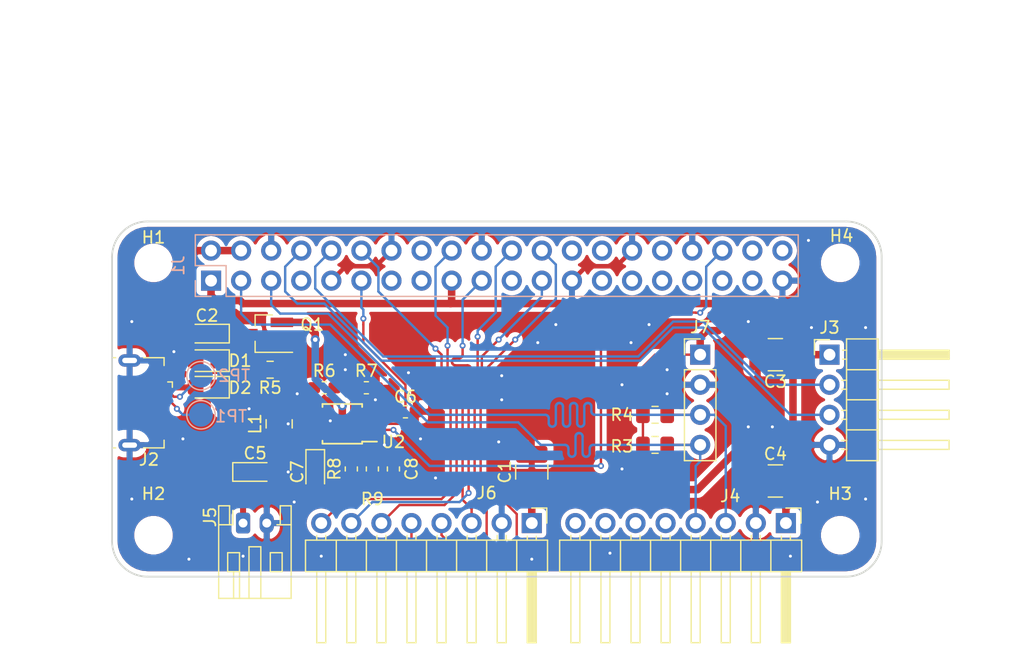
<source format=kicad_pcb>
(kicad_pcb (version 20171130) (host pcbnew 5.1.4+dfsg1-1)
  (title_block (title "Pi Zero Sensor and Li-Ion Breakout Hat") (date 2020-05-15) (rev A) (company "Jacob Killelea"))
  (layers (0 F.Cu signal) (31 B.Cu signal) (34 B.Paste user) (35 F.Paste user) (36 B.SilkS user) (37 F.SilkS user) (38 B.Mask user) (39 F.Mask user) (44 Edge.Cuts user))
  (net 0 "")
  (net 1 +3V3)
  (net 2 +5V)
  (net 3 GND)
  (net 4 +BATT)
  (net 5 SDA)
  (net 6 SCL)
  (net 7 UART_TX)
  (net 8 UART_RX)
  (net 9 D-)
  (net 10 D+)
  (net 11 Vboost)
  (net 12 /Vbus)
  (net 13 "Net-(L1-Pad2)")
  (net 14 "Net-(C6-Pad2)")
  (net 15 "Net-(J1-Pad7)")
  (net 16 "Net-(J1-Pad13)")
  (net 17 "Net-(J1-Pad15)")
  (net 18 "Net-(J1-Pad16)")
  (net 19 "Net-(J1-Pad21)")
  (net 20 "Net-(J1-Pad26)")
  (net 21 "Net-(J1-Pad27)")
  (net 22 "Net-(J1-Pad28)")
  (net 23 "Net-(J1-Pad29)")
  (net 24 "Net-(J1-Pad31)")
  (net 25 "Net-(J1-Pad32)")
  (net 26 "Net-(J1-Pad33)")
  (net 27 "Net-(J1-Pad35)")
  (net 28 "Net-(J1-Pad37)")
  (net 29 "Net-(J1-Pad38)")
  (net 30 "Net-(J1-Pad40)")
  (net 31 "Net-(J2-Pad4)")
  (net 32 /MPU_XDA)
  (net 33 /MPU_XCL)
  (net 34 /MPU_AD0)
  (net 35 /MPU_INT)
  (net 36 "Net-(C8-Pad2)")
  (net 37 "/Boost Converter/LBO")
  (net 38 "/Boost Converter/LBI_EN")
  (net 39 /DISP_BL)
  (net 40 /DISP_DC)
  (net 41 /DISP_DIN)
  (net 42 /DISP_RST)
  (net 43 /DISP_CLK)
  (net 44 /DISP_CS)
  (module Package_TO_SOT_SMD:SOT-23_Handsoldering (layer F.Cu) (at 132.842 109.474 180)
    (fp_text reference Q1 (at -4.064 0.762) (layer F.SilkS))
    (fp_text value Si2333CDS)
    (pad 3 smd rect (at 1.5 0 180) (size 1.9 0.8) (layers F.Cu F.Paste F.Mask) (net 2 +5V))
    (pad 2 smd rect (at -1.5 0.95 180) (size 1.9 0.8) (layers F.Cu F.Paste F.Mask) (net 11 Vboost))
    (pad 1 smd rect (at -1.5 -0.95 180) (size 1.9 0.8) (layers F.Cu F.Paste F.Mask) (net 12 /Vbus))
  )
  (module MountingHole:MountingHole_2.5mm (layer F.Cu) (at 181.5 103.5)
    (fp_text reference H4 (at 0.11 -2.281) (layer F.SilkS))
    (fp_text value MountingHole)
    (pad 1 np_thru_hole circle (at 0 0) (size 2.5 2.5) (drill 2.5) (layers *.Cu *.Mask))
  )
  (module MountingHole:MountingHole_2.5mm (layer F.Cu) (at 181.5 126.5)
    (fp_text reference H3 (at 0 -3.5) (layer F.SilkS))
    (fp_text value MountingHole)
    (pad 1 np_thru_hole circle (at 0 0) (size 2.5 2.5) (drill 2.5) (layers *.Cu *.Mask))
  )
  (module MountingHole:MountingHole_2.5mm (layer F.Cu) (at 123.5 126.5)
    (fp_text reference H2 (at 0 -3.5) (layer F.SilkS))
    (fp_text value MountingHole)
    (pad 1 np_thru_hole circle (at 0 0) (size 2.5 2.5) (drill 2.5) (layers *.Cu *.Mask))
  )
  (module MountingHole:MountingHole_2.5mm (layer F.Cu) (at 123.5 103.5)
    (fp_text reference H1 (at 0 -2.154) (layer F.SilkS))
    (fp_text value MountingHole)
    (pad 1 np_thru_hole circle (at 0 0) (size 2.5 2.5) (drill 2.5) (layers *.Cu *.Mask))
  )
  (module Connector_PinSocket_2.54mm:PinSocket_2x20_P2.54mm_Vertical (layer B.Cu) (at 128.36 105 270)
    (fp_text reference J1 (at -1.27 2.77 270) (layer B.SilkS) (effects (justify mirror)))
    (fp_text value Raspberry_Pi_2_3)
    (pad 1 thru_hole rect (at 0 0 270) (size 1.7 1.7) (drill 1) (layers *.Cu *.Mask) (net 1 +3V3))
    (pad 2 thru_hole oval (at -2.54 0 270) (size 1.7 1.7) (drill 1) (layers *.Cu *.Mask) (net 2 +5V))
    (pad 3 thru_hole oval (at 0 -2.54 270) (size 1.7 1.7) (drill 1) (layers *.Cu *.Mask) (net 5 SDA))
    (pad 4 thru_hole oval (at -2.54 -2.54 270) (size 1.7 1.7) (drill 1) (layers *.Cu *.Mask) (net 2 +5V))
    (pad 5 thru_hole oval (at 0 -5.08 270) (size 1.7 1.7) (drill 1) (layers *.Cu *.Mask) (net 6 SCL))
    (pad 6 thru_hole oval (at -2.54 -5.08 270) (size 1.7 1.7) (drill 1) (layers *.Cu *.Mask) (net 3 GND))
    (pad 7 thru_hole oval (at 0 -7.62 270) (size 1.7 1.7) (drill 1) (layers *.Cu *.Mask) (net 15 "Net-(J1-Pad7)"))
    (pad 8 thru_hole oval (at -2.54 -7.62 270) (size 1.7 1.7) (drill 1) (layers *.Cu *.Mask) (net 7 UART_TX))
    (pad 9 thru_hole oval (at 0 -10.16 270) (size 1.7 1.7) (drill 1) (layers *.Cu *.Mask) (net 3 GND))
    (pad 10 thru_hole oval (at -2.54 -10.16 270) (size 1.7 1.7) (drill 1) (layers *.Cu *.Mask) (net 8 UART_RX))
    (pad 11 thru_hole oval (at 0 -12.7 270) (size 1.7 1.7) (drill 1) (layers *.Cu *.Mask) (net 37 "/Boost Converter/LBO"))
    (pad 12 thru_hole oval (at -2.54 -12.7 270) (size 1.7 1.7) (drill 1) (layers *.Cu *.Mask) (net 39 /DISP_BL))
    (pad 13 thru_hole oval (at 0 -15.24 270) (size 1.7 1.7) (drill 1) (layers *.Cu *.Mask) (net 16 "Net-(J1-Pad13)"))
    (pad 14 thru_hole oval (at -2.54 -15.24 270) (size 1.7 1.7) (drill 1) (layers *.Cu *.Mask) (net 3 GND))
    (pad 15 thru_hole oval (at 0 -17.78 270) (size 1.7 1.7) (drill 1) (layers *.Cu *.Mask) (net 17 "Net-(J1-Pad15)"))
    (pad 16 thru_hole oval (at -2.54 -17.78 270) (size 1.7 1.7) (drill 1) (layers *.Cu *.Mask) (net 18 "Net-(J1-Pad16)"))
    (pad 17 thru_hole oval (at 0 -20.32 270) (size 1.7 1.7) (drill 1) (layers *.Cu *.Mask) (net 1 +3V3))
    (pad 18 thru_hole oval (at -2.54 -20.32 270) (size 1.7 1.7) (drill 1) (layers *.Cu *.Mask) (net 40 /DISP_DC))
    (pad 19 thru_hole oval (at 0 -22.86 270) (size 1.7 1.7) (drill 1) (layers *.Cu *.Mask) (net 41 /DISP_DIN))
    (pad 20 thru_hole oval (at -2.54 -22.86 270) (size 1.7 1.7) (drill 1) (layers *.Cu *.Mask) (net 3 GND))
    (pad 21 thru_hole oval (at 0 -25.4 270) (size 1.7 1.7) (drill 1) (layers *.Cu *.Mask) (net 19 "Net-(J1-Pad21)"))
    (pad 22 thru_hole oval (at -2.54 -25.4 270) (size 1.7 1.7) (drill 1) (layers *.Cu *.Mask) (net 42 /DISP_RST))
    (pad 23 thru_hole oval (at 0 -27.94 270) (size 1.7 1.7) (drill 1) (layers *.Cu *.Mask) (net 43 /DISP_CLK))
    (pad 24 thru_hole oval (at -2.54 -27.94 270) (size 1.7 1.7) (drill 1) (layers *.Cu *.Mask) (net 44 /DISP_CS))
    (pad 25 thru_hole oval (at 0 -30.48 270) (size 1.7 1.7) (drill 1) (layers *.Cu *.Mask) (net 3 GND))
    (pad 26 thru_hole oval (at -2.54 -30.48 270) (size 1.7 1.7) (drill 1) (layers *.Cu *.Mask) (net 20 "Net-(J1-Pad26)"))
    (pad 27 thru_hole oval (at 0 -33.02 270) (size 1.7 1.7) (drill 1) (layers *.Cu *.Mask) (net 21 "Net-(J1-Pad27)"))
    (pad 28 thru_hole oval (at -2.54 -33.02 270) (size 1.7 1.7) (drill 1) (layers *.Cu *.Mask) (net 22 "Net-(J1-Pad28)"))
    (pad 29 thru_hole oval (at 0 -35.56 270) (size 1.7 1.7) (drill 1) (layers *.Cu *.Mask) (net 23 "Net-(J1-Pad29)"))
    (pad 30 thru_hole oval (at -2.54 -35.56 270) (size 1.7 1.7) (drill 1) (layers *.Cu *.Mask) (net 3 GND))
    (pad 31 thru_hole oval (at 0 -38.1 270) (size 1.7 1.7) (drill 1) (layers *.Cu *.Mask) (net 24 "Net-(J1-Pad31)"))
    (pad 32 thru_hole oval (at -2.54 -38.1 270) (size 1.7 1.7) (drill 1) (layers *.Cu *.Mask) (net 25 "Net-(J1-Pad32)"))
    (pad 33 thru_hole oval (at 0 -40.64 270) (size 1.7 1.7) (drill 1) (layers *.Cu *.Mask) (net 26 "Net-(J1-Pad33)"))
    (pad 34 thru_hole oval (at -2.54 -40.64 270) (size 1.7 1.7) (drill 1) (layers *.Cu *.Mask) (net 3 GND))
    (pad 35 thru_hole oval (at 0 -43.18 270) (size 1.7 1.7) (drill 1) (layers *.Cu *.Mask) (net 27 "Net-(J1-Pad35)"))
    (pad 36 thru_hole oval (at -2.54 -43.18 270) (size 1.7 1.7) (drill 1) (layers *.Cu *.Mask) (net 38 "/Boost Converter/LBI_EN"))
    (pad 37 thru_hole oval (at 0 -45.72 270) (size 1.7 1.7) (drill 1) (layers *.Cu *.Mask) (net 28 "Net-(J1-Pad37)"))
    (pad 38 thru_hole oval (at -2.54 -45.72 270) (size 1.7 1.7) (drill 1) (layers *.Cu *.Mask) (net 29 "Net-(J1-Pad38)"))
    (pad 39 thru_hole oval (at 0 -48.26 270) (size 1.7 1.7) (drill 1) (layers *.Cu *.Mask) (net 3 GND))
    (pad 40 thru_hole oval (at -2.54 -48.26 270) (size 1.7 1.7) (drill 1) (layers *.Cu *.Mask) (net 30 "Net-(J1-Pad40)"))
  )
  (module Connector_PinHeader_2.54mm:PinHeader_1x04_P2.54mm_Vertical (layer F.Cu) (at 169.672 111.252)
    (fp_text reference J7 (at 0 -2.33) (layer F.SilkS))
    (fp_text value SSD1306)
    (pad 4 thru_hole oval (at 0 7.62) (size 1.7 1.7) (drill 1) (layers *.Cu *.Mask) (net 5 SDA))
    (pad 3 thru_hole oval (at 0 5.08) (size 1.7 1.7) (drill 1) (layers *.Cu *.Mask) (net 6 SCL))
    (pad 2 thru_hole oval (at 0 2.54) (size 1.7 1.7) (drill 1) (layers *.Cu *.Mask) (net 3 GND))
    (pad 1 thru_hole rect (at 0 0) (size 1.7 1.7) (drill 1) (layers *.Cu *.Mask) (net 1 +3V3))
  )
  (module Connector_PinHeader_2.54mm:PinHeader_1x08_P2.54mm_Horizontal (layer F.Cu) (at 155.448 125.476 270)
    (fp_text reference J6 (at -2.54 3.81 180) (layer F.SilkS))
    (fp_text value Conn_01x08_Female)
    (pad 8 thru_hole oval (at 0 17.78 270) (size 1.7 1.7) (drill 1) (layers *.Cu *.Mask) (net 39 /DISP_BL))
    (pad 7 thru_hole oval (at 0 15.24 270) (size 1.7 1.7) (drill 1) (layers *.Cu *.Mask) (net 42 /DISP_RST))
    (pad 6 thru_hole oval (at 0 12.7 270) (size 1.7 1.7) (drill 1) (layers *.Cu *.Mask) (net 40 /DISP_DC))
    (pad 5 thru_hole oval (at 0 10.16 270) (size 1.7 1.7) (drill 1) (layers *.Cu *.Mask) (net 44 /DISP_CS))
    (pad 4 thru_hole oval (at 0 7.62 270) (size 1.7 1.7) (drill 1) (layers *.Cu *.Mask) (net 43 /DISP_CLK))
    (pad 3 thru_hole oval (at 0 5.08 270) (size 1.7 1.7) (drill 1) (layers *.Cu *.Mask) (net 41 /DISP_DIN))
    (pad 2 thru_hole oval (at 0 2.54 270) (size 1.7 1.7) (drill 1) (layers *.Cu *.Mask) (net 3 GND))
    (pad 1 thru_hole rect (at 0 0 270) (size 1.7 1.7) (drill 1) (layers *.Cu *.Mask) (net 1 +3V3))
  )
  (module Connector_JST:JST_PH_S2B-PH-K_1x02_P2.00mm_Horizontal (layer F.Cu) (at 131.064 125.476)
    (fp_text reference J5 (at -2.794 -0.508 90) (layer F.SilkS))
    (fp_text value "JST PH")
    (pad 2 thru_hole oval (at 2 0) (size 1.2 1.75) (drill 0.75) (layers *.Cu *.Mask) (net 3 GND))
    (pad 1 thru_hole roundrect (at 0 0) (size 1.2 1.75) (drill 0.75) (layers *.Cu *.Mask) (roundrect_rratio 0.208333) (net 4 +BATT))
  )
  (module Diode_SMD:D_0805_2012Metric_Castellated (layer F.Cu) (at 128.016 114 180)
    (fp_text reference D2 (at -2.794 -0.046) (layer F.SilkS))
    (fp_text value D_Schottky)
    (pad 2 smd roundrect (at 0.9625 0 180) (size 1.325 1.3) (layers F.Cu F.Paste F.Mask) (roundrect_rratio 0.192308) (net 12 /Vbus))
    (pad 1 smd roundrect (at -0.9625 0 180) (size 1.325 1.3) (layers F.Cu F.Paste F.Mask) (roundrect_rratio 0.192308) (net 4 +BATT))
  )
  (module Capacitor_SMD:C_1210_3225Metric_Pad1.42x2.65mm_HandSolder (layer F.Cu) (at 155.448 121.158 90)
    (fp_text reference C1 (at 0 -2.28 90) (layer F.SilkS))
    (fp_text value 0.1uF)
    (pad 2 smd roundrect (at 1.4875 0 90) (size 1.425 2.65) (layers F.Cu F.Paste F.Mask) (roundrect_rratio 0.175439) (net 3 GND))
    (pad 1 smd roundrect (at -1.4875 0 90) (size 1.425 2.65) (layers F.Cu F.Paste F.Mask) (roundrect_rratio 0.175439) (net 1 +3V3))
  )
  (module Package_SO:MSOP-8_3x3mm_P0.65mm (layer F.Cu) (at 139.446 117.094 180)
    (fp_text reference U2 (at -4.318 -1.524) (layer F.SilkS))
    (fp_text value NCP1421)
    (pad 8 smd rect (at 2.2 -0.975 180) (size 1.45 0.45) (layers F.Cu F.Paste F.Mask) (net 11 Vboost))
    (pad 7 smd rect (at 2.2 -0.325 180) (size 1.45 0.45) (layers F.Cu F.Paste F.Mask) (net 13 "Net-(L1-Pad2)"))
    (pad 6 smd rect (at 2.2 0.325 180) (size 1.45 0.45) (layers F.Cu F.Paste F.Mask) (net 3 GND))
    (pad 5 smd rect (at 2.2 0.975 180) (size 1.45 0.45) (layers F.Cu F.Paste F.Mask) (net 4 +BATT))
    (pad 4 smd rect (at -2.2 0.975 180) (size 1.45 0.45) (layers F.Cu F.Paste F.Mask) (net 14 "Net-(C6-Pad2)"))
    (pad 3 smd rect (at -2.2 0.325 180) (size 1.45 0.45) (layers F.Cu F.Paste F.Mask) (net 37 "/Boost Converter/LBO"))
    (pad 2 smd rect (at -2.2 -0.325 180) (size 1.45 0.45) (layers F.Cu F.Paste F.Mask) (net 38 "/Boost Converter/LBI_EN"))
    (pad 1 smd rect (at -2.2 -0.975 180) (size 1.45 0.45) (layers F.Cu F.Paste F.Mask) (net 36 "Net-(C8-Pad2)"))
  )
  (module Resistor_SMD:R_0603_1608Metric_Pad1.05x0.95mm_HandSolder (layer F.Cu) (at 141.986 120.904 270)
    (fp_text reference R9 (at 2.54 0 180) (layer F.SilkS))
    (fp_text value 120k)
    (pad 2 smd roundrect (at 0.875 0 270) (size 1.05 0.95) (layers F.Cu F.Paste F.Mask) (net 3 GND))
    (pad 1 smd roundrect (at -0.875 0 270) (size 1.05 0.95) (layers F.Cu F.Paste F.Mask) (net 36 "Net-(C8-Pad2)"))
  )
  (module Resistor_SMD:R_0603_1608Metric_Pad1.05x0.95mm_HandSolder (layer F.Cu) (at 140.208 120.904 90)
    (fp_text reference R8 (at 0 -1.43 270) (layer F.SilkS))
    (fp_text value 383k)
    (pad 2 smd roundrect (at 0.875 0 90) (size 1.05 0.95) (layers F.Cu F.Paste F.Mask) (net 36 "Net-(C8-Pad2)"))
    (pad 1 smd roundrect (at -0.875 0 90) (size 1.05 0.95) (layers F.Cu F.Paste F.Mask) (net 11 Vboost))
  )
  (module Resistor_SMD:R_0603_1608Metric_Pad1.05x0.95mm_HandSolder (layer F.Cu) (at 141.478 114.046)
    (fp_text reference R7 (at 0 -1.43) (layer F.SilkS))
    (fp_text value 47k)
    (pad 2 smd roundrect (at 0.875 0) (size 1.05 0.95) (layers F.Cu F.Paste F.Mask) (net 3 GND))
    (pad 1 smd roundrect (at -0.875 0) (size 1.05 0.95) (layers F.Cu F.Paste F.Mask) (net 38 "/Boost Converter/LBI_EN"))
  )
  (module Resistor_SMD:R_0603_1608Metric_Pad1.05x0.95mm_HandSolder (layer F.Cu) (at 137.922 114.046)
    (fp_text reference R6 (at 0 -1.43) (layer F.SilkS))
    (fp_text value 56k)
    (pad 2 smd roundrect (at 0.875 0) (size 1.05 0.95) (layers F.Cu F.Paste F.Mask) (net 38 "/Boost Converter/LBI_EN"))
    (pad 1 smd roundrect (at -0.875 0) (size 1.05 0.95) (layers F.Cu F.Paste F.Mask) (net 4 +BATT))
  )
  (module Inductor_SMD:L_Wuerth_MAPI-2512 (layer F.Cu) (at 134.112 117.094 270)
    (fp_text reference L1 (at 0 2.032 90) (layer F.SilkS))
    (fp_text value 10uH)
    (pad 2 smd rect (at 0.975 0 270) (size 0.85 2.3) (layers F.Cu F.Paste F.Mask) (net 13 "Net-(L1-Pad2)"))
    (pad 1 smd rect (at -0.975 0 270) (size 0.85 2.3) (layers F.Cu F.Paste F.Mask) (net 4 +BATT))
  )
  (module Capacitor_SMD:C_0603_1608Metric_Pad1.05x0.95mm_HandSolder (layer F.Cu) (at 143.764 120.904 90)
    (fp_text reference C8 (at 0 1.524 90) (layer F.SilkS))
    (fp_text value 10pF)
    (pad 2 smd roundrect (at 0.875 0 90) (size 1.05 0.95) (layers F.Cu F.Paste F.Mask) (net 36 "Net-(C8-Pad2)"))
    (pad 1 smd roundrect (at -0.875 0 90) (size 1.05 0.95) (layers F.Cu F.Paste F.Mask) (net 3 GND))
  )
  (module Capacitor_Tantalum_SMD:CP_EIA-2012-12_Kemet-R_Pad1.30x1.05mm_HandSolder (layer F.Cu) (at 137.16 121.158 270)
    (fp_text reference C7 (at 0 1.524 90) (layer F.SilkS))
    (fp_text value 22uF)
    (pad 2 smd roundrect (at 0.975 0 270) (size 1.3 1.05) (layers F.Cu F.Paste F.Mask) (roundrect_rratio 0.238095) (net 3 GND))
    (pad 1 smd roundrect (at -0.975 0 270) (size 1.3 1.05) (layers F.Cu F.Paste F.Mask) (roundrect_rratio 0.238095) (net 11 Vboost))
  )
  (module Capacitor_SMD:C_0603_1608Metric_Pad1.05x0.95mm_HandSolder (layer F.Cu) (at 144.78 116.078 180)
    (fp_text reference C6 (at 0 1.27) (layer F.SilkS))
    (fp_text value 200nF)
    (pad 2 smd roundrect (at 0.875 0 180) (size 1.05 0.95) (layers F.Cu F.Paste F.Mask) (net 14 "Net-(C6-Pad2)"))
    (pad 1 smd roundrect (at -0.875 0 180) (size 1.05 0.95) (layers F.Cu F.Paste F.Mask) (net 3 GND))
  )
  (module Capacitor_Tantalum_SMD:CP_EIA-2012-12_Kemet-R_Pad1.30x1.05mm_HandSolder (layer F.Cu) (at 132.08 121.158)
    (fp_text reference C5 (at 0 -1.58) (layer F.SilkS))
    (fp_text value 22uF)
    (pad 2 smd roundrect (at 0.975 0) (size 1.3 1.05) (layers F.Cu F.Paste F.Mask) (roundrect_rratio 0.238095) (net 3 GND))
    (pad 1 smd roundrect (at -0.975 0) (size 1.3 1.05) (layers F.Cu F.Paste F.Mask) (roundrect_rratio 0.238095) (net 4 +BATT))
  )
  (module Capacitor_SMD:C_1210_3225Metric_Pad1.42x2.65mm_HandSolder (layer F.Cu) (at 176.022 121.92 180)
    (fp_text reference C4 (at 0 2.286) (layer F.SilkS))
    (fp_text value 0.1uF)
    (pad 2 smd roundrect (at 1.4875 0 180) (size 1.425 2.65) (layers F.Cu F.Paste F.Mask) (roundrect_rratio 0.175439) (net 3 GND))
    (pad 1 smd roundrect (at -1.4875 0 180) (size 1.425 2.65) (layers F.Cu F.Paste F.Mask) (roundrect_rratio 0.175439) (net 1 +3V3))
  )
  (module Capacitor_SMD:C_1210_3225Metric_Pad1.42x2.65mm_HandSolder (layer F.Cu) (at 176.022 111.252 180)
    (fp_text reference C3 (at 0 -2.28) (layer F.SilkS))
    (fp_text value 0.1uF)
    (pad 2 smd roundrect (at 1.4875 0 180) (size 1.425 2.65) (layers F.Cu F.Paste F.Mask) (roundrect_rratio 0.175439) (net 3 GND))
    (pad 1 smd roundrect (at -1.4875 0 180) (size 1.425 2.65) (layers F.Cu F.Paste F.Mask) (roundrect_rratio 0.175439) (net 1 +3V3))
  )
  (module Connector_USB:USB_Micro-B_GCT_USB3076-30-A (layer F.Cu) (at 122.682 115.316 270)
    (fp_text reference J2 (at 4.796 -0.436) (layer F.SilkS))
    (fp_text value USB_B_Micro)
    (pad 6 smd rect (at 1.125 1.2 270) (size 1.75 1.9) (layers F.Cu F.Paste F.Mask) (net 3 GND))
    (pad 2 smd rect (at -0.65 -1.45 270) (size 0.4 1.4) (layers F.Cu F.Paste F.Mask) (net 9 D-))
    (pad 1 smd rect (at -1.3 -1.45 270) (size 0.4 1.4) (layers F.Cu F.Paste F.Mask) (net 12 /Vbus))
    (pad 5 smd rect (at 1.3 -1.45 270) (size 0.4 1.4) (layers F.Cu F.Paste F.Mask) (net 3 GND))
    (pad 4 smd rect (at 0.65 -1.45 270) (size 0.4 1.4) (layers F.Cu F.Paste F.Mask) (net 31 "Net-(J2-Pad4)"))
    (pad 3 smd rect (at 0 -1.45 270) (size 0.4 1.4) (layers F.Cu F.Paste F.Mask) (net 10 D+))
    (pad 6 smd rect (at -1.125 1.2 270) (size 1.75 1.9) (layers F.Cu F.Paste F.Mask) (net 3 GND))
    (pad 6 thru_hole oval (at -3.575 1.2 90) (size 1.05 1.9) (drill oval 0.45 1.25) (layers *.Cu *.Mask) (net 3 GND))
    (pad 6 thru_hole oval (at 3.575 1.2 270) (size 1.05 1.9) (drill oval 0.45 1.25) (layers *.Cu *.Mask) (net 3 GND))
    (pad 6 smd rect (at 2.32 -1.03 270) (size 1.15 1.45) (layers F.Cu F.Paste F.Mask) (net 3 GND))
    (pad 6 smd rect (at -2.32 -1.03 270) (size 1.15 1.45) (layers F.Cu F.Paste F.Mask) (net 3 GND))
  )
  (module Connector_PinHeader_2.54mm:PinHeader_1x04_P2.54mm_Horizontal (layer F.Cu) (at 180.594 111.252)
    (fp_text reference J3 (at 0 -2.286) (layer F.SilkS))
    (fp_text value NEO_6M)
    (pad 1 thru_hole rect (at 0 0) (size 1.7 1.7) (drill 1) (layers *.Cu *.Mask) (net 1 +3V3))
    (pad 2 thru_hole oval (at 0 2.54) (size 1.7 1.7) (drill 1) (layers *.Cu *.Mask) (net 8 UART_RX))
    (pad 3 thru_hole oval (at 0 5.08) (size 1.7 1.7) (drill 1) (layers *.Cu *.Mask) (net 7 UART_TX))
    (pad 4 thru_hole oval (at 0 7.62) (size 1.7 1.7) (drill 1) (layers *.Cu *.Mask) (net 3 GND))
  )
  (module Connector_PinHeader_2.54mm:PinHeader_1x08_P2.54mm_Horizontal (layer F.Cu) (at 176.911 125.476 270)
    (fp_text reference J4 (at -2.286 4.699) (layer F.SilkS))
    (fp_text value MPU6050)
    (pad 1 thru_hole rect (at 0 0 270) (size 1.7 1.7) (drill 1) (layers *.Cu *.Mask) (net 1 +3V3))
    (pad 2 thru_hole oval (at 0 2.54 270) (size 1.7 1.7) (drill 1) (layers *.Cu *.Mask) (net 3 GND))
    (pad 3 thru_hole oval (at 0 5.08 270) (size 1.7 1.7) (drill 1) (layers *.Cu *.Mask) (net 6 SCL))
    (pad 4 thru_hole oval (at 0 7.62 270) (size 1.7 1.7) (drill 1) (layers *.Cu *.Mask) (net 5 SDA))
    (pad 5 thru_hole oval (at 0 10.16 270) (size 1.7 1.7) (drill 1) (layers *.Cu *.Mask) (net 32 /MPU_XDA))
    (pad 6 thru_hole oval (at 0 12.7 270) (size 1.7 1.7) (drill 1) (layers *.Cu *.Mask) (net 33 /MPU_XCL))
    (pad 7 thru_hole oval (at 0 15.24 270) (size 1.7 1.7) (drill 1) (layers *.Cu *.Mask) (net 34 /MPU_AD0))
    (pad 8 thru_hole oval (at 0 17.78 270) (size 1.7 1.7) (drill 1) (layers *.Cu *.Mask) (net 35 /MPU_INT))
  )
  (module Capacitor_Tantalum_SMD:CP_EIA-2012-12_Kemet-R_Pad1.30x1.05mm_HandSolder (layer F.Cu) (at 128.016 109.474 180)
    (fp_text reference C2 (at 0 1.524) (layer F.SilkS))
    (fp_text value 10uF)
    (pad 1 smd roundrect (at -0.975 0 180) (size 1.3 1.05) (layers F.Cu F.Paste F.Mask) (roundrect_rratio 0.238095) (net 2 +5V))
    (pad 2 smd roundrect (at 0.975 0 180) (size 1.3 1.05) (layers F.Cu F.Paste F.Mask) (roundrect_rratio 0.238095) (net 3 GND))
  )
  (module Diode_SMD:D_0805_2012Metric_Castellated (layer F.Cu) (at 128.016 111.76 180)
    (fp_text reference D1 (at -2.794 0) (layer F.SilkS))
    (fp_text value D_Schottky)
    (pad 1 smd roundrect (at -0.9625 0 180) (size 1.325 1.3) (layers F.Cu F.Paste F.Mask) (roundrect_rratio 0.192308) (net 2 +5V))
    (pad 2 smd roundrect (at 0.9625 0 180) (size 1.325 1.3) (layers F.Cu F.Paste F.Mask) (roundrect_rratio 0.192308) (net 12 /Vbus))
  )
  (module Resistor_SMD:R_0805_2012Metric_Pad1.15x1.40mm_HandSolder (layer F.Cu) (at 165.862 118.872)
    (fp_text reference R3 (at -2.794 0.127 180) (layer F.SilkS))
    (fp_text value 10k)
    (pad 1 smd roundrect (at -1.025 0) (size 1.15 1.4) (layers F.Cu F.Paste F.Mask) (roundrect_rratio 0.217391) (net 1 +3V3))
    (pad 2 smd roundrect (at 1.025 0) (size 1.15 1.4) (layers F.Cu F.Paste F.Mask) (roundrect_rratio 0.217391) (net 5 SDA))
  )
  (module Resistor_SMD:R_0805_2012Metric_Pad1.15x1.40mm_HandSolder (layer F.Cu) (at 165.862 116.332)
    (fp_text reference R4 (at -2.794 0 180) (layer F.SilkS))
    (fp_text value 10k)
    (pad 2 smd roundrect (at 1.025 0) (size 1.15 1.4) (layers F.Cu F.Paste F.Mask) (roundrect_rratio 0.217391) (net 6 SCL))
    (pad 1 smd roundrect (at -1.025 0) (size 1.15 1.4) (layers F.Cu F.Paste F.Mask) (roundrect_rratio 0.217391) (net 1 +3V3))
  )
  (module Resistor_SMD:R_0805_2012Metric_Pad1.15x1.40mm_HandSolder (layer F.Cu) (at 133.35 112.522)
    (fp_text reference R5 (at 0 1.524) (layer F.SilkS))
    (fp_text value 10k)
    (pad 1 smd roundrect (at -1.025 0) (size 1.15 1.4) (layers F.Cu F.Paste F.Mask) (roundrect_rratio 0.217391) (net 12 /Vbus))
    (pad 2 smd roundrect (at 1.025 0) (size 1.15 1.4) (layers F.Cu F.Paste F.Mask) (roundrect_rratio 0.217391) (net 3 GND))
  )
  (module TestPoint:TestPoint_Pad_D2.0mm (layer B.Cu) (at 127.508 116.332)
    (fp_text reference TP1 (at 2.54 0.127) (layer B.SilkS) (effects (justify mirror)))
    (fp_text value TestPoint)
    (pad 1 smd circle (at 0 0) (size 2 2) (layers B.Cu B.Mask) (net 10 D+))
  )
  (module TestPoint:TestPoint_Pad_D2.0mm (layer B.Cu) (at 127.508 113.03 180)
    (fp_text reference TP2 (at -2.794 0) (layer B.SilkS) (effects (justify mirror)))
    (fp_text value TestPoint)
    (pad 1 smd circle (at 0 0 180) (size 2 2) (layers B.Cu B.Mask) (net 9 D-))
  )
  (gr_line (start 120 127) (end 120 103) (layer Edge.Cuts) (width 0.15))
  (gr_line (start 182 130) (end 123 130) (layer Edge.Cuts) (width 0.15))
  (gr_line (start 185 127) (end 185 103) (layer Edge.Cuts) (width 0.15))
  (gr_line (start 182 100) (end 123 100) (layer Edge.Cuts) (width 0.15))
  (gr_arc (start 182 103) (end 185 103) (angle -90) (layer Edge.Cuts) (width 0.15))
  (gr_arc (start 182 127) (end 182 130) (angle -90) (layer Edge.Cuts) (width 0.15))
  (gr_arc (start 123 103) (end 123 100) (angle -90) (layer Edge.Cuts) (width 0.15))
  (gr_arc (start 123 127) (end 120 127) (angle -90) (layer Edge.Cuts) (width 0.15))
  (segment (start 180.594 111.252) (end 177.5095 111.252) (width 0.635) (layer F.Cu) (net 1))
  (segment (start 177.5095 111.252) (end 177.5095 118.9085) (width 0.635) (layer F.Cu) (net 1))
  (segment (start 177.5095 118.9085) (end 177.5095 121.92) (width 0.635) (layer F.Cu) (net 1))
  (segment (start 155.448 125.476) (end 155.448 122.6455) (width 0.635) (layer F.Cu) (net 1))
  (segment (start 177.5095 108.6755) (end 177.5095 111.252) (width 0.635) (layer F.Cu) (net 1))
  (segment (start 128.36 106.262) (end 128.778 106.68) (width 0.635) (layer F.Cu) (net 1))
  (segment (start 175.768 106.934) (end 177.5095 108.6755) (width 0.635) (layer F.Cu) (net 1))
  (segment (start 128.36 105) (end 128.36 106.262) (width 0.635) (layer F.Cu) (net 1))
  (segment (start 128.778 106.68) (end 130.81 106.68) (width 0.635) (layer F.Cu) (net 1))
  (segment (start 130.81 106.68) (end 131.064 106.934) (width 0.635) (layer F.Cu) (net 1))
  (segment (start 169.672 109.767) (end 170.219 109.22) (width 0.635) (layer F.Cu) (net 1))
  (segment (start 169.672 111.252) (end 169.672 109.767) (width 0.635) (layer F.Cu) (net 1))
  (segment (start 170.219 109.22) (end 171.196 109.22) (width 0.635) (layer F.Cu) (net 1))
  (segment (start 171.958 108.458) (end 171.958 106.934) (width 0.635) (layer F.Cu) (net 1))
  (segment (start 171.196 109.22) (end 171.958 108.458) (width 0.635) (layer F.Cu) (net 1))
  (segment (start 171.958 106.934) (end 175.768 106.934) (width 0.635) (layer F.Cu) (net 1))
  (segment (start 164.837 118.872) (end 164.837 116.332) (width 0.2032) (layer F.Cu) (net 1))
  (segment (start 164.837 116.332) (end 164.837 112.277) (width 0.2032) (layer F.Cu) (net 1))
  (segment (start 164.837 112.277) (end 165.862 111.252) (width 0.2032) (layer F.Cu) (net 1))
  (segment (start 165.862 111.252) (end 169.672 111.252) (width 0.2032) (layer F.Cu) (net 1))
  (segment (start 148.68 106.844) (end 148.59 106.934) (width 0.635) (layer F.Cu) (net 1))
  (segment (start 148.68 105) (end 148.68 106.844) (width 0.635) (layer F.Cu) (net 1))
  (segment (start 131.064 106.934) (end 148.59 106.934) (width 0.635) (layer F.Cu) (net 1))
  (segment (start 148.59 106.934) (end 171.958 106.934) (width 0.635) (layer F.Cu) (net 1))
  (segment (start 173.1915 118.9085) (end 177.5095 118.9085) (width 0.635) (layer F.Cu) (net 1))
  (segment (start 169.4545 122.6455) (end 173.1915 118.9085) (width 0.635) (layer F.Cu) (net 1))
  (segment (start 155.448 122.6455) (end 169.4545 122.6455) (width 0.635) (layer F.Cu) (net 1))
  (segment (start 176.911 125.476) (end 176.911 124.206) (width 0.635) (layer F.Cu) (net 1))
  (segment (start 177.5095 123.6075) (end 177.5095 121.92) (width 0.635) (layer F.Cu) (net 1))
  (segment (start 176.911 124.206) (end 177.5095 123.6075) (width 0.635) (layer F.Cu) (net 1))
  (segment (start 130.9 102.46) (end 128.36 102.46) (width 0.635) (layer F.Cu) (net 2))
  (segment (start 128.9785 109.4865) (end 128.991 109.474) (width 0.635) (layer F.Cu) (net 2))
  (segment (start 128.9785 111.76) (end 128.9785 109.4865) (width 0.635) (layer F.Cu) (net 2))
  (segment (start 131.342 109.474) (end 128.991 109.474) (width 0.635) (layer F.Cu) (net 2))
  (segment (start 127.157919 102.46) (end 128.36 102.46) (width 0.635) (layer F.Cu) (net 2))
  (segment (start 126.746 106.213) (end 126.746 102.871919) (width 0.635) (layer F.Cu) (net 2))
  (segment (start 126.746 102.871919) (end 127.157919 102.46) (width 0.635) (layer F.Cu) (net 2))
  (segment (start 128.991 109.474) (end 128.991 108.458) (width 0.635) (layer F.Cu) (net 2))
  (segment (start 128.991 108.458) (end 126.746 106.213) (width 0.635) (layer F.Cu) (net 2))
  (via (at 134.874 117.094) (size 0.508) (drill 0.254) (layers F.Cu B.Cu) (net 3))
  (segment (start 134.874 117.094) (end 132.08 117.094) (width 0.2032) (layer F.Cu) (net 3))
  (via (at 142.24 115.062) (size 0.508) (drill 0.254) (layers F.Cu B.Cu) (net 3))
  (via (at 139.7 112.522) (size 0.508) (drill 0.254) (layers F.Cu B.Cu) (net 3))
  (via (at 139.7 111.252) (size 0.508) (drill 0.254) (layers F.Cu B.Cu) (net 3))
  (via (at 135.636 114.554) (size 0.508) (drill 0.254) (layers F.Cu B.Cu) (net 3))
  (via (at 147.32 121.666) (size 0.508) (drill 0.254) (layers F.Cu B.Cu) (net 3))
  (via (at 146.05 118.364) (size 0.508) (drill 0.254) (layers F.Cu B.Cu) (net 3))
  (via (at 145.034 112.776) (size 0.508) (drill 0.254) (layers F.Cu B.Cu) (net 3))
  (via (at 152.908 113.03) (size 0.508) (drill 0.254) (layers F.Cu B.Cu) (net 3))
  (via (at 152.908 115.062) (size 0.508) (drill 0.254) (layers F.Cu B.Cu) (net 3))
  (via (at 166.878 112.522) (size 0.508) (drill 0.254) (layers F.Cu B.Cu) (net 3))
  (via (at 166.878 114.554) (size 0.508) (drill 0.254) (layers F.Cu B.Cu) (net 3))
  (via (at 175.768 117.348) (size 0.508) (drill 0.254) (layers F.Cu B.Cu) (net 3))
  (via (at 173.736 117.348) (size 0.508) (drill 0.254) (layers F.Cu B.Cu) (net 3))
  (via (at 173.736 108.458) (size 0.508) (drill 0.254) (layers F.Cu B.Cu) (net 3))
  (via (at 178.816 101.6) (size 0.508) (drill 0.254) (layers F.Cu B.Cu) (net 3))
  (via (at 179.07 108.966) (size 0.508) (drill 0.254) (layers F.Cu B.Cu) (net 3))
  (via (at 183.642 108.966) (size 0.508) (drill 0.254) (layers F.Cu B.Cu) (net 3))
  (via (at 183.642 123.444) (size 0.508) (drill 0.254) (layers F.Cu B.Cu) (net 3))
  (via (at 179.578 123.698) (size 0.508) (drill 0.254) (layers F.Cu B.Cu) (net 3))
  (via (at 177.292 128.27) (size 0.508) (drill 0.254) (layers F.Cu B.Cu) (net 3))
  (via (at 162.052 128.016) (size 0.508) (drill 0.254) (layers F.Cu B.Cu) (net 3))
  (via (at 155.448 128.524) (size 0.508) (drill 0.254) (layers F.Cu B.Cu) (net 3))
  (via (at 137.668 128.27) (size 0.508) (drill 0.254) (layers F.Cu B.Cu) (net 3))
  (via (at 131.064 128.27) (size 0.508) (drill 0.254) (layers F.Cu B.Cu) (net 3))
  (via (at 126.492 128.524) (size 0.508) (drill 0.254) (layers F.Cu B.Cu) (net 3))
  (via (at 121.666 123.444) (size 0.508) (drill 0.254) (layers F.Cu B.Cu) (net 3))
  (via (at 125.984 118.364) (size 0.508) (drill 0.254) (layers F.Cu B.Cu) (net 3))
  (via (at 125.222 110.998) (size 0.508) (drill 0.254) (layers F.Cu B.Cu) (net 3))
  (via (at 121.666 108.458) (size 0.508) (drill 0.254) (layers F.Cu B.Cu) (net 3))
  (via (at 131.572 115.824) (size 0.508) (drill 0.254) (layers F.Cu B.Cu) (net 3))
  (via (at 134.874 121.158) (size 0.508) (drill 0.254) (layers F.Cu B.Cu) (net 3))
  (via (at 135.382 123.698) (size 0.508) (drill 0.254) (layers F.Cu B.Cu) (net 3))
  (segment (start 124.132 117.216) (end 123.712 117.636) (width 0.2032) (layer F.Cu) (net 3))
  (segment (start 124.132 116.616) (end 124.132 117.216) (width 0.2032) (layer F.Cu) (net 3))
  (segment (start 139.738301 103.781699) (end 138.52 105) (width 0.381) (layer F.Cu) (net 3))
  (segment (start 142.278301 103.781699) (end 139.738301 103.781699) (width 0.381) (layer F.Cu) (net 3))
  (segment (start 143.6 102.46) (end 142.278301 103.781699) (width 0.381) (layer F.Cu) (net 3))
  (segment (start 162.908 103.472) (end 163.92 102.46) (width 0.381) (layer F.Cu) (net 3))
  (segment (start 160.058301 103.781699) (end 162.598301 103.781699) (width 0.381) (layer F.Cu) (net 3))
  (segment (start 162.598301 103.781699) (end 162.908 103.472) (width 0.381) (layer F.Cu) (net 3))
  (segment (start 158.84 105) (end 160.058301 103.781699) (width 0.381) (layer F.Cu) (net 3))
  (via (at 155.956 110.236) (size 0.508) (drill 0.254) (layers F.Cu B.Cu) (net 3))
  (via (at 163.83 110.236) (size 0.508) (drill 0.254) (layers F.Cu B.Cu) (net 3))
  (via (at 157.48 108.712) (size 0.508) (drill 0.254) (layers F.Cu B.Cu) (net 3))
  (via (at 165.354 108.712) (size 0.508) (drill 0.254) (layers F.Cu B.Cu) (net 3))
  (via (at 152.654 118.618) (size 0.508) (drill 0.254) (layers F.Cu B.Cu) (net 3))
  (via (at 138.43 116.84) (size 0.508) (drill 0.254) (layers F.Cu B.Cu) (net 3))
  (segment (start 137.246 116.769) (end 138.359 116.769) (width 0.381) (layer F.Cu) (net 3))
  (segment (start 138.359 116.769) (end 138.43 116.84) (width 0.381) (layer F.Cu) (net 3))
  (segment (start 135.699942 116.769) (end 135.382 117.086942) (width 0.381) (layer F.Cu) (net 3))
  (segment (start 135.382 117.086942) (end 135.382 117.094) (width 0.381) (layer F.Cu) (net 3))
  (segment (start 137.246 116.769) (end 135.699942 116.769) (width 0.381) (layer F.Cu) (net 3))
  (segment (start 135.374942 117.094) (end 135.382 117.086942) (width 0.381) (layer F.Cu) (net 3))
  (segment (start 134.874 117.094) (end 135.374942 117.094) (width 0.381) (layer F.Cu) (net 3))
  (via (at 143.002 118.872) (size 0.508) (drill 0.254) (layers F.Cu B.Cu) (net 3))
  (via (at 163.068 113.792) (size 0.508) (drill 0.254) (layers F.Cu B.Cu) (net 3))
  (via (at 163.068 120.904) (size 0.508) (drill 0.254) (layers F.Cu B.Cu) (net 3))
  (segment (start 131.064 121.199) (end 131.105 121.158) (width 0.508) (layer F.Cu) (net 4))
  (segment (start 131.064 125.476) (end 131.064 121.199) (width 0.508) (layer F.Cu) (net 4))
  (segment (start 128.9785 114) (end 128.9785 115.7705) (width 0.508) (layer F.Cu) (net 4))
  (segment (start 131.105 117.897) (end 131.105 121.158) (width 0.508) (layer F.Cu) (net 4))
  (segment (start 128.9785 115.7705) (end 131.105 117.897) (width 0.508) (layer F.Cu) (net 4))
  (segment (start 134.112 114.554) (end 134.112 116.119) (width 0.508) (layer F.Cu) (net 4))
  (segment (start 128.9785 114) (end 133.558 114) (width 0.508) (layer F.Cu) (net 4))
  (segment (start 133.558 114) (end 134.112 114.554) (width 0.508) (layer F.Cu) (net 4))
  (segment (start 137.047 114.046) (end 137.047 114.949) (width 0.2032) (layer F.Cu) (net 4))
  (segment (start 137.246 115.148) (end 137.246 116.119) (width 0.2032) (layer F.Cu) (net 4))
  (segment (start 137.047 114.949) (end 137.246 115.148) (width 0.2032) (layer F.Cu) (net 4))
  (segment (start 137.246 116.119) (end 135.931 116.119) (width 0.381) (layer F.Cu) (net 4))
  (segment (start 134.112 116.119) (end 135.931 116.119) (width 0.508) (layer F.Cu) (net 4))
  (segment (start 169.672 118.872) (end 166.887 118.872) (width 0.2032) (layer F.Cu) (net 5))
  (segment (start 169.291 125.476) (end 169.291 120.65) (width 0.2032) (layer B.Cu) (net 5))
  (segment (start 169.672 120.269) (end 169.672 118.872) (width 0.2032) (layer B.Cu) (net 5))
  (segment (start 169.291 120.65) (end 169.672 120.269) (width 0.2032) (layer B.Cu) (net 5))
  (segment (start 159.749521 119.638756) (end 159.771709 119.702165) (width 0.2032) (layer B.Cu) (net 5))
  (segment (start 159.742 119.572) (end 159.749521 119.638756) (width 0.2032) (layer B.Cu) (net 5))
  (segment (start 159.975243 119.864478) (end 160.042 119.872) (width 0.2032) (layer B.Cu) (net 5))
  (segment (start 159.742 118.172) (end 159.742 119.572) (width 0.2032) (layer B.Cu) (net 5))
  (segment (start 159.911834 119.84229) (end 159.975243 119.864478) (width 0.2032) (layer B.Cu) (net 5))
  (segment (start 158.429046 118.93745) (end 158.476549 118.984953) (width 0.2032) (layer B.Cu) (net 5))
  (segment (start 159.311834 117.90171) (end 159.375243 117.879522) (width 0.2032) (layer B.Cu) (net 5))
  (segment (start 158.60745 119.759046) (end 158.654953 119.806549) (width 0.2032) (layer B.Cu) (net 5))
  (segment (start 159.254953 117.937451) (end 159.311834 117.90171) (width 0.2032) (layer B.Cu) (net 5))
  (segment (start 159.442 117.872) (end 159.508756 117.879522) (width 0.2032) (layer B.Cu) (net 5))
  (segment (start 159.149521 118.105244) (end 159.171709 118.041835) (width 0.2032) (layer B.Cu) (net 5))
  (segment (start 159.508756 117.879522) (end 159.572165 117.90171) (width 0.2032) (layer B.Cu) (net 5))
  (segment (start 160.31229 119.702165) (end 160.334478 119.638756) (width 0.2032) (layer B.Cu) (net 5))
  (segment (start 159.076549 119.759046) (end 159.11229 119.702165) (width 0.2032) (layer B.Cu) (net 5))
  (segment (start 159.029046 119.806549) (end 159.076549 119.759046) (width 0.2032) (layer B.Cu) (net 5))
  (segment (start 159.80745 119.759046) (end 159.854953 119.806549) (width 0.2032) (layer B.Cu) (net 5))
  (segment (start 160.172165 119.84229) (end 160.229046 119.806549) (width 0.2032) (layer B.Cu) (net 5))
  (segment (start 158.972165 119.84229) (end 159.029046 119.806549) (width 0.2032) (layer B.Cu) (net 5))
  (segment (start 160.276549 119.759046) (end 160.31229 119.702165) (width 0.2032) (layer B.Cu) (net 5))
  (segment (start 158.775243 119.864478) (end 158.842 119.872) (width 0.2032) (layer B.Cu) (net 5))
  (segment (start 159.11229 119.702165) (end 159.134478 119.638756) (width 0.2032) (layer B.Cu) (net 5))
  (segment (start 158.308756 118.879521) (end 158.372165 118.901709) (width 0.2032) (layer B.Cu) (net 5))
  (segment (start 158.372165 118.901709) (end 158.429046 118.93745) (width 0.2032) (layer B.Cu) (net 5))
  (segment (start 159.629046 117.937451) (end 159.676549 117.984954) (width 0.2032) (layer B.Cu) (net 5))
  (segment (start 160.349521 119.105243) (end 160.371709 119.041834) (width 0.2032) (layer B.Cu) (net 5))
  (segment (start 159.20745 117.984954) (end 159.254953 117.937451) (width 0.2032) (layer B.Cu) (net 5))
  (segment (start 154.305 116.967) (end 156.21 118.872) (width 0.2032) (layer B.Cu) (net 5))
  (segment (start 158.908756 119.864478) (end 158.972165 119.84229) (width 0.2032) (layer B.Cu) (net 5))
  (segment (start 158.51229 119.041834) (end 158.534478 119.105243) (width 0.2032) (layer B.Cu) (net 5))
  (segment (start 159.142 118.172) (end 159.149521 118.105244) (width 0.2032) (layer B.Cu) (net 5))
  (segment (start 158.711834 119.84229) (end 158.775243 119.864478) (width 0.2032) (layer B.Cu) (net 5))
  (segment (start 130.9 107.786) (end 131.826 108.712) (width 0.2032) (layer B.Cu) (net 5))
  (segment (start 158.549521 119.638756) (end 158.571709 119.702165) (width 0.2032) (layer B.Cu) (net 5))
  (segment (start 138.43 108.712) (end 146.685 116.967) (width 0.2032) (layer B.Cu) (net 5))
  (segment (start 158.476549 118.984953) (end 158.51229 119.041834) (width 0.2032) (layer B.Cu) (net 5))
  (segment (start 131.826 108.712) (end 138.43 108.712) (width 0.2032) (layer B.Cu) (net 5))
  (segment (start 158.654953 119.806549) (end 158.711834 119.84229) (width 0.2032) (layer B.Cu) (net 5))
  (segment (start 158.542 119.172) (end 158.542 119.572) (width 0.2032) (layer B.Cu) (net 5))
  (segment (start 159.375243 117.879522) (end 159.442 117.872) (width 0.2032) (layer B.Cu) (net 5))
  (segment (start 158.242 118.872) (end 158.308756 118.879521) (width 0.2032) (layer B.Cu) (net 5))
  (segment (start 159.71229 118.041835) (end 159.734478 118.105244) (width 0.2032) (layer B.Cu) (net 5))
  (segment (start 160.40745 118.984953) (end 160.454953 118.93745) (width 0.2032) (layer B.Cu) (net 5))
  (segment (start 159.171709 118.041835) (end 159.20745 117.984954) (width 0.2032) (layer B.Cu) (net 5))
  (segment (start 158.542 119.572) (end 158.549521 119.638756) (width 0.2032) (layer B.Cu) (net 5))
  (segment (start 130.9 105) (end 130.9 107.786) (width 0.2032) (layer B.Cu) (net 5))
  (segment (start 158.571709 119.702165) (end 158.60745 119.759046) (width 0.2032) (layer B.Cu) (net 5))
  (segment (start 159.771709 119.702165) (end 159.80745 119.759046) (width 0.2032) (layer B.Cu) (net 5))
  (segment (start 159.854953 119.806549) (end 159.911834 119.84229) (width 0.2032) (layer B.Cu) (net 5))
  (segment (start 160.229046 119.806549) (end 160.276549 119.759046) (width 0.2032) (layer B.Cu) (net 5))
  (segment (start 146.685 116.967) (end 154.305 116.967) (width 0.2032) (layer B.Cu) (net 5))
  (segment (start 160.042 119.872) (end 160.108756 119.864478) (width 0.2032) (layer B.Cu) (net 5))
  (segment (start 160.334478 119.638756) (end 160.342 119.572) (width 0.2032) (layer B.Cu) (net 5))
  (segment (start 160.108756 119.864478) (end 160.172165 119.84229) (width 0.2032) (layer B.Cu) (net 5))
  (segment (start 160.342 119.572) (end 160.342 119.172) (width 0.2032) (layer B.Cu) (net 5))
  (segment (start 159.572165 117.90171) (end 159.629046 117.937451) (width 0.2032) (layer B.Cu) (net 5))
  (segment (start 160.342 119.172) (end 160.349521 119.105243) (width 0.2032) (layer B.Cu) (net 5))
  (segment (start 160.575243 118.879521) (end 160.642 118.872) (width 0.2032) (layer B.Cu) (net 5))
  (segment (start 159.676549 117.984954) (end 159.71229 118.041835) (width 0.2032) (layer B.Cu) (net 5))
  (segment (start 160.371709 119.041834) (end 160.40745 118.984953) (width 0.2032) (layer B.Cu) (net 5))
  (segment (start 159.734478 118.105244) (end 159.742 118.172) (width 0.2032) (layer B.Cu) (net 5))
  (segment (start 160.454953 118.93745) (end 160.511834 118.901709) (width 0.2032) (layer B.Cu) (net 5))
  (segment (start 160.511834 118.901709) (end 160.575243 118.879521) (width 0.2032) (layer B.Cu) (net 5))
  (segment (start 156.21 118.872) (end 158.242 118.872) (width 0.2032) (layer B.Cu) (net 5))
  (segment (start 158.534478 119.105243) (end 158.542 119.172) (width 0.2032) (layer B.Cu) (net 5))
  (segment (start 159.134478 119.638756) (end 159.142 119.572) (width 0.2032) (layer B.Cu) (net 5))
  (segment (start 158.842 119.872) (end 158.908756 119.864478) (width 0.2032) (layer B.Cu) (net 5))
  (segment (start 159.142 119.572) (end 159.142 118.172) (width 0.2032) (layer B.Cu) (net 5))
  (segment (start 160.642 118.872) (end 161.29 118.872) (width 0.2032) (layer B.Cu) (net 5))
  (segment (start 161.29 118.872) (end 167.386 118.872) (width 0.2032) (layer B.Cu) (net 5))
  (segment (start 167.386 118.872) (end 169.672 118.872) (width 0.2032) (layer B.Cu) (net 5))
  (segment (start 169.672 116.332) (end 166.887 116.332) (width 0.2032) (layer F.Cu) (net 6))
  (segment (start 171.831 117.288919) (end 171.831 125.476) (width 0.2032) (layer B.Cu) (net 6))
  (segment (start 169.672 116.332) (end 170.874081 116.332) (width 0.2032) (layer B.Cu) (net 6))
  (segment (start 170.874081 116.332) (end 171.831 117.288919) (width 0.2032) (layer B.Cu) (net 6))
  (segment (start 156.582 116.332) (end 146.812 116.332) (width 0.2032) (layer B.Cu) (net 6))
  (segment (start 156.648756 116.339522) (end 156.582 116.332) (width 0.2032) (layer B.Cu) (net 6))
  (segment (start 156.712165 116.36171) (end 156.648756 116.339522) (width 0.2032) (layer B.Cu) (net 6))
  (segment (start 156.85229 116.501835) (end 156.816549 116.444954) (width 0.2032) (layer B.Cu) (net 6))
  (segment (start 156.882 116.632) (end 156.874478 116.565244) (width 0.2032) (layer B.Cu) (net 6))
  (segment (start 156.882 117.032) (end 156.882 116.632) (width 0.2032) (layer B.Cu) (net 6))
  (segment (start 156.889521 117.098757) (end 156.882 117.032) (width 0.2032) (layer B.Cu) (net 6))
  (segment (start 159.048756 115.339521) (end 158.982 115.332) (width 0.2032) (layer B.Cu) (net 6))
  (segment (start 157.482 115.632) (end 157.482 117.032) (width 0.2032) (layer B.Cu) (net 6))
  (segment (start 133.44 107.024) (end 133.44 105) (width 0.2032) (layer B.Cu) (net 6))
  (segment (start 159.112165 115.361709) (end 159.048756 115.339521) (width 0.2032) (layer B.Cu) (net 6))
  (segment (start 159.282 115.632) (end 159.274478 115.565243) (width 0.2032) (layer B.Cu) (net 6))
  (segment (start 159.216549 115.444953) (end 159.169046 115.39745) (width 0.2032) (layer B.Cu) (net 6))
  (segment (start 158.05229 115.501834) (end 158.016549 115.444953) (width 0.2032) (layer B.Cu) (net 6))
  (segment (start 159.25229 115.501834) (end 159.216549 115.444953) (width 0.2032) (layer B.Cu) (net 6))
  (segment (start 159.289521 117.098757) (end 159.282 117.032) (width 0.2032) (layer B.Cu) (net 6))
  (segment (start 158.074478 115.565243) (end 158.05229 115.501834) (width 0.2032) (layer B.Cu) (net 6))
  (segment (start 159.274478 115.565243) (end 159.25229 115.501834) (width 0.2032) (layer B.Cu) (net 6))
  (segment (start 146.812 116.332) (end 138.263 107.783) (width 0.2032) (layer B.Cu) (net 6))
  (segment (start 159.311709 117.162166) (end 159.289521 117.098757) (width 0.2032) (layer B.Cu) (net 6))
  (segment (start 159.34745 117.219047) (end 159.311709 117.162166) (width 0.2032) (layer B.Cu) (net 6))
  (segment (start 160.651834 116.30229) (end 160.594953 116.266549) (width 0.2032) (layer B.Cu) (net 6))
  (segment (start 157.511709 115.501834) (end 157.489521 115.565243) (width 0.2032) (layer B.Cu) (net 6))
  (segment (start 157.369046 117.26655) (end 157.312165 117.302291) (width 0.2032) (layer B.Cu) (net 6))
  (segment (start 156.94745 117.219047) (end 156.911709 117.162166) (width 0.2032) (layer B.Cu) (net 6))
  (segment (start 159.515243 117.324479) (end 159.451834 117.302291) (width 0.2032) (layer B.Cu) (net 6))
  (segment (start 159.712165 117.302291) (end 159.648756 117.324479) (width 0.2032) (layer B.Cu) (net 6))
  (segment (start 159.769046 117.26655) (end 159.712165 117.302291) (width 0.2032) (layer B.Cu) (net 6))
  (segment (start 160.482 115.632) (end 160.474478 115.565243) (width 0.2032) (layer B.Cu) (net 6))
  (segment (start 159.169046 115.39745) (end 159.112165 115.361709) (width 0.2032) (layer B.Cu) (net 6))
  (segment (start 159.451834 117.302291) (end 159.394953 117.26655) (width 0.2032) (layer B.Cu) (net 6))
  (segment (start 160.511709 116.162165) (end 160.489521 116.098756) (width 0.2032) (layer B.Cu) (net 6))
  (segment (start 160.54745 116.219046) (end 160.511709 116.162165) (width 0.2032) (layer B.Cu) (net 6))
  (segment (start 160.782 116.332) (end 160.715243 116.324478) (width 0.2032) (layer B.Cu) (net 6))
  (segment (start 134.199 107.783) (end 133.44 107.024) (width 0.2032) (layer B.Cu) (net 6))
  (segment (start 158.448756 117.324479) (end 158.382 117.332) (width 0.2032) (layer B.Cu) (net 6))
  (segment (start 160.715243 116.324478) (end 160.651834 116.30229) (width 0.2032) (layer B.Cu) (net 6))
  (segment (start 160.45229 115.501834) (end 160.416549 115.444953) (width 0.2032) (layer B.Cu) (net 6))
  (segment (start 159.94745 115.444953) (end 159.911709 115.501834) (width 0.2032) (layer B.Cu) (net 6))
  (segment (start 156.769046 116.397451) (end 156.712165 116.36171) (width 0.2032) (layer B.Cu) (net 6))
  (segment (start 159.582 117.332) (end 159.515243 117.324479) (width 0.2032) (layer B.Cu) (net 6))
  (segment (start 158.089521 117.098757) (end 158.082 117.032) (width 0.2032) (layer B.Cu) (net 6))
  (segment (start 160.594953 116.266549) (end 160.54745 116.219046) (width 0.2032) (layer B.Cu) (net 6))
  (segment (start 160.248756 115.339521) (end 160.182 115.332) (width 0.2032) (layer B.Cu) (net 6))
  (segment (start 160.182 115.332) (end 160.115243 115.339521) (width 0.2032) (layer B.Cu) (net 6))
  (segment (start 157.416549 117.219047) (end 157.369046 117.26655) (width 0.2032) (layer B.Cu) (net 6))
  (segment (start 160.416549 115.444953) (end 160.369046 115.39745) (width 0.2032) (layer B.Cu) (net 6))
  (segment (start 169.672 116.332) (end 160.782 116.332) (width 0.2032) (layer B.Cu) (net 6))
  (segment (start 160.115243 115.339521) (end 160.051834 115.361709) (width 0.2032) (layer B.Cu) (net 6))
  (segment (start 160.369046 115.39745) (end 160.312165 115.361709) (width 0.2032) (layer B.Cu) (net 6))
  (segment (start 160.051834 115.361709) (end 159.994953 115.39745) (width 0.2032) (layer B.Cu) (net 6))
  (segment (start 160.312165 115.361709) (end 160.248756 115.339521) (width 0.2032) (layer B.Cu) (net 6))
  (segment (start 158.315243 117.324479) (end 158.251834 117.302291) (width 0.2032) (layer B.Cu) (net 6))
  (segment (start 157.248756 117.324479) (end 157.182 117.332) (width 0.2032) (layer B.Cu) (net 6))
  (segment (start 159.911709 115.501834) (end 159.889521 115.565243) (width 0.2032) (layer B.Cu) (net 6))
  (segment (start 159.816549 117.219047) (end 159.769046 117.26655) (width 0.2032) (layer B.Cu) (net 6))
  (segment (start 158.382 117.332) (end 158.315243 117.324479) (width 0.2032) (layer B.Cu) (net 6))
  (segment (start 159.889521 115.565243) (end 159.882 115.632) (width 0.2032) (layer B.Cu) (net 6))
  (segment (start 158.915243 115.339521) (end 158.851834 115.361709) (width 0.2032) (layer B.Cu) (net 6))
  (segment (start 158.851834 115.361709) (end 158.794953 115.39745) (width 0.2032) (layer B.Cu) (net 6))
  (segment (start 158.794953 115.39745) (end 158.74745 115.444953) (width 0.2032) (layer B.Cu) (net 6))
  (segment (start 160.482 116.032) (end 160.482 115.632) (width 0.2032) (layer B.Cu) (net 6))
  (segment (start 159.85229 117.162166) (end 159.816549 117.219047) (width 0.2032) (layer B.Cu) (net 6))
  (segment (start 157.051834 117.302291) (end 156.994953 117.26655) (width 0.2032) (layer B.Cu) (net 6))
  (segment (start 159.994953 115.39745) (end 159.94745 115.444953) (width 0.2032) (layer B.Cu) (net 6))
  (segment (start 158.74745 115.444953) (end 158.711709 115.501834) (width 0.2032) (layer B.Cu) (net 6))
  (segment (start 156.816549 116.444954) (end 156.769046 116.397451) (width 0.2032) (layer B.Cu) (net 6))
  (segment (start 158.711709 115.501834) (end 158.689521 115.565243) (width 0.2032) (layer B.Cu) (net 6))
  (segment (start 158.689521 115.565243) (end 158.682 115.632) (width 0.2032) (layer B.Cu) (net 6))
  (segment (start 158.682 115.632) (end 158.682 117.032) (width 0.2032) (layer B.Cu) (net 6))
  (segment (start 158.682 117.032) (end 158.674478 117.098757) (width 0.2032) (layer B.Cu) (net 6))
  (segment (start 158.082 115.632) (end 158.074478 115.565243) (width 0.2032) (layer B.Cu) (net 6))
  (segment (start 157.482 117.032) (end 157.474478 117.098757) (width 0.2032) (layer B.Cu) (net 6))
  (segment (start 157.182 117.332) (end 157.115243 117.324479) (width 0.2032) (layer B.Cu) (net 6))
  (segment (start 158.674478 117.098757) (end 158.65229 117.162166) (width 0.2032) (layer B.Cu) (net 6))
  (segment (start 158.65229 117.162166) (end 158.616549 117.219047) (width 0.2032) (layer B.Cu) (net 6))
  (segment (start 160.474478 115.565243) (end 160.45229 115.501834) (width 0.2032) (layer B.Cu) (net 6))
  (segment (start 158.616549 117.219047) (end 158.569046 117.26655) (width 0.2032) (layer B.Cu) (net 6))
  (segment (start 158.569046 117.26655) (end 158.512165 117.302291) (width 0.2032) (layer B.Cu) (net 6))
  (segment (start 156.994953 117.26655) (end 156.94745 117.219047) (width 0.2032) (layer B.Cu) (net 6))
  (segment (start 158.512165 117.302291) (end 158.448756 117.324479) (width 0.2032) (layer B.Cu) (net 6))
  (segment (start 156.874478 116.565244) (end 156.85229 116.501835) (width 0.2032) (layer B.Cu) (net 6))
  (segment (start 158.251834 117.302291) (end 158.194953 117.26655) (width 0.2032) (layer B.Cu) (net 6))
  (segment (start 158.194953 117.26655) (end 158.14745 117.219047) (width 0.2032) (layer B.Cu) (net 6))
  (segment (start 158.14745 117.219047) (end 158.111709 117.162166) (width 0.2032) (layer B.Cu) (net 6))
  (segment (start 159.648756 117.324479) (end 159.582 117.332) (width 0.2032) (layer B.Cu) (net 6))
  (segment (start 158.111709 117.162166) (end 158.089521 117.098757) (width 0.2032) (layer B.Cu) (net 6))
  (segment (start 158.082 117.032) (end 158.082 115.632) (width 0.2032) (layer B.Cu) (net 6))
  (segment (start 158.016549 115.444953) (end 157.969046 115.39745) (width 0.2032) (layer B.Cu) (net 6))
  (segment (start 157.969046 115.39745) (end 157.912165 115.361709) (width 0.2032) (layer B.Cu) (net 6))
  (segment (start 157.912165 115.361709) (end 157.848756 115.339521) (width 0.2032) (layer B.Cu) (net 6))
  (segment (start 138.263 107.783) (end 134.199 107.783) (width 0.2032) (layer B.Cu) (net 6))
  (segment (start 157.848756 115.339521) (end 157.782 115.332) (width 0.2032) (layer B.Cu) (net 6))
  (segment (start 157.782 115.332) (end 157.715243 115.339521) (width 0.2032) (layer B.Cu) (net 6))
  (segment (start 157.715243 115.339521) (end 157.651834 115.361709) (width 0.2032) (layer B.Cu) (net 6))
  (segment (start 159.882 115.632) (end 159.882 117.032) (width 0.2032) (layer B.Cu) (net 6))
  (segment (start 157.651834 115.361709) (end 157.594953 115.39745) (width 0.2032) (layer B.Cu) (net 6))
  (segment (start 159.882 117.032) (end 159.874478 117.098757) (width 0.2032) (layer B.Cu) (net 6))
  (segment (start 157.594953 115.39745) (end 157.54745 115.444953) (width 0.2032) (layer B.Cu) (net 6))
  (segment (start 159.874478 117.098757) (end 159.85229 117.162166) (width 0.2032) (layer B.Cu) (net 6))
  (segment (start 157.54745 115.444953) (end 157.511709 115.501834) (width 0.2032) (layer B.Cu) (net 6))
  (segment (start 157.489521 115.565243) (end 157.482 115.632) (width 0.2032) (layer B.Cu) (net 6))
  (segment (start 159.282 117.032) (end 159.282 115.632) (width 0.2032) (layer B.Cu) (net 6))
  (segment (start 157.312165 117.302291) (end 157.248756 117.324479) (width 0.2032) (layer B.Cu) (net 6))
  (segment (start 160.489521 116.098756) (end 160.482 116.032) (width 0.2032) (layer B.Cu) (net 6))
  (segment (start 156.911709 117.162166) (end 156.889521 117.098757) (width 0.2032) (layer B.Cu) (net 6))
  (segment (start 157.474478 117.098757) (end 157.45229 117.162166) (width 0.2032) (layer B.Cu) (net 6))
  (segment (start 158.982 115.332) (end 158.915243 115.339521) (width 0.2032) (layer B.Cu) (net 6))
  (segment (start 157.115243 117.324479) (end 157.051834 117.302291) (width 0.2032) (layer B.Cu) (net 6))
  (segment (start 159.394953 117.26655) (end 159.34745 117.219047) (width 0.2032) (layer B.Cu) (net 6))
  (segment (start 157.45229 117.162166) (end 157.416549 117.219047) (width 0.2032) (layer B.Cu) (net 6))
  (segment (start 167.380908 108.966) (end 164.586909 111.76) (width 0.2032) (layer B.Cu) (net 7))
  (segment (start 169.926 108.966) (end 167.380908 108.966) (width 0.2032) (layer B.Cu) (net 7))
  (segment (start 134.62 103.82) (end 135.130001 103.309999) (width 0.2032) (layer B.Cu) (net 7))
  (segment (start 137.927092 106.934) (end 135.636 106.934) (width 0.2032) (layer B.Cu) (net 7))
  (segment (start 134.62 105.918) (end 134.62 103.82) (width 0.2032) (layer B.Cu) (net 7))
  (segment (start 135.130001 103.309999) (end 135.98 102.46) (width 0.2032) (layer B.Cu) (net 7))
  (segment (start 177.292 116.332) (end 169.926 108.966) (width 0.2032) (layer B.Cu) (net 7))
  (segment (start 135.636 106.934) (end 134.62 105.918) (width 0.2032) (layer B.Cu) (net 7))
  (segment (start 164.586909 111.76) (end 142.753091 111.76) (width 0.2032) (layer B.Cu) (net 7))
  (segment (start 142.753091 111.76) (end 137.927092 106.934) (width 0.2032) (layer B.Cu) (net 7))
  (segment (start 180.594 116.332) (end 177.292 116.332) (width 0.2032) (layer B.Cu) (net 7))
  (segment (start 137.670001 103.309999) (end 138.52 102.46) (width 0.2032) (layer B.Cu) (net 8))
  (segment (start 137.16 103.82) (end 137.670001 103.309999) (width 0.2032) (layer B.Cu) (net 8))
  (segment (start 180.594 113.792) (end 175.26 113.792) (width 0.2032) (layer B.Cu) (net 8))
  (segment (start 137.16 105.664) (end 137.16 103.82) (width 0.2032) (layer B.Cu) (net 8))
  (segment (start 164.439611 111.404389) (end 142.900389 111.404389) (width 0.2032) (layer B.Cu) (net 8))
  (segment (start 142.900389 111.404389) (end 137.16 105.664) (width 0.2032) (layer B.Cu) (net 8))
  (segment (start 169.926 108.458) (end 167.386 108.458) (width 0.2032) (layer B.Cu) (net 8))
  (segment (start 175.26 113.792) (end 169.926 108.458) (width 0.2032) (layer B.Cu) (net 8))
  (segment (start 167.386 108.458) (end 164.439611 111.404389) (width 0.2032) (layer B.Cu) (net 8))
  (via (at 125.72992 114.808) (size 0.508) (drill 0.254) (layers F.Cu B.Cu) (net 9))
  (segment (start 127.508 113.03) (end 125.73 114.808) (width 0.2032) (layer B.Cu) (net 9))
  (segment (start 125.73 114.808) (end 125.72992 114.808) (width 0.2032) (layer B.Cu) (net 9))
  (segment (start 124.132 114.666) (end 125.08 114.666) (width 0.2032) (layer F.Cu) (net 9))
  (segment (start 125.222 114.808) (end 125.72992 114.808) (width 0.2032) (layer F.Cu) (net 9))
  (segment (start 125.08 114.666) (end 125.222 114.808) (width 0.2032) (layer F.Cu) (net 9))
  (segment (start 127.508 116.332) (end 125.984 116.332) (width 0.2032) (layer B.Cu) (net 10))
  (segment (start 125.984 116.332) (end 125.729999 116.077999) (width 0.2032) (layer B.Cu) (net 10))
  (via (at 125.476 115.824) (size 0.508) (drill 0.254) (layers F.Cu B.Cu) (net 10))
  (segment (start 125.729999 116.077999) (end 125.476 115.824) (width 0.2032) (layer B.Cu) (net 10))
  (segment (start 125.0352 115.316) (end 125.476 115.7568) (width 0.2032) (layer F.Cu) (net 10))
  (segment (start 125.476 115.7568) (end 125.476 115.824) (width 0.2032) (layer F.Cu) (net 10))
  (segment (start 124.132 115.316) (end 125.0352 115.316) (width 0.2032) (layer F.Cu) (net 10))
  (segment (start 137.16 118.155) (end 137.246 118.069) (width 0.2032) (layer F.Cu) (net 11))
  (segment (start 137.16 120.183) (end 137.16 118.155) (width 0.2032) (layer F.Cu) (net 11))
  (segment (start 138.725 120.183) (end 138.938 120.396) (width 0.2032) (layer F.Cu) (net 11))
  (segment (start 137.16 120.183) (end 138.725 120.183) (width 0.2032) (layer F.Cu) (net 11))
  (segment (start 139.051 121.779) (end 138.938 121.666) (width 0.2032) (layer F.Cu) (net 11))
  (segment (start 140.208 121.779) (end 139.051 121.779) (width 0.2032) (layer F.Cu) (net 11))
  (segment (start 138.938 121.666) (end 138.938 120.396) (width 0.2032) (layer F.Cu) (net 11))
  (segment (start 134.342 108.524) (end 136.21 108.524) (width 0.635) (layer F.Cu) (net 11))
  (via (at 137.16 109.982) (size 0.762) (drill 0.381) (layers F.Cu B.Cu) (net 11))
  (segment (start 136.21 108.524) (end 137.16 109.474) (width 0.635) (layer F.Cu) (net 11))
  (segment (start 137.16 109.474) (end 137.16 109.982) (width 0.635) (layer F.Cu) (net 11))
  (segment (start 138.897 118.069) (end 137.246 118.069) (width 0.381) (layer F.Cu) (net 11))
  (segment (start 137.246 118.069) (end 138.979 118.069) (width 0.381) (layer F.Cu) (net 11))
  (segment (start 137.16 109.982) (end 137.16 113.284) (width 0.635) (layer B.Cu) (net 11))
  (via (at 139.446 115.57) (size 0.762) (drill 0.381) (layers F.Cu B.Cu) (net 11))
  (segment (start 137.16 113.284) (end 139.065001 115.189001) (width 0.635) (layer B.Cu) (net 11))
  (segment (start 139.065001 115.189001) (end 139.446 115.57) (width 0.635) (layer B.Cu) (net 11))
  (segment (start 139.446 117.602) (end 138.979 118.069) (width 0.635) (layer F.Cu) (net 11))
  (segment (start 139.446 115.57) (end 139.446 117.602) (width 0.635) (layer F.Cu) (net 11))
  (segment (start 127.0375 114.016) (end 127.0535 114) (width 0.508) (layer F.Cu) (net 12))
  (segment (start 124.132 114.016) (end 125.252 114.016) (width 0.381) (layer F.Cu) (net 12))
  (segment (start 125.252 114.016) (end 127.0375 114.016) (width 0.508) (layer F.Cu) (net 12))
  (segment (start 127.107 112.776) (end 127.0535 112.7225) (width 0.2032) (layer F.Cu) (net 12))
  (segment (start 127.0535 111.76) (end 127.0535 112.7225) (width 0.635) (layer F.Cu) (net 12))
  (segment (start 127.0535 112.7225) (end 127.0535 114) (width 0.635) (layer F.Cu) (net 12))
  (segment (start 132.325 112.522) (end 130.302 112.522) (width 0.2032) (layer F.Cu) (net 12))
  (segment (start 130.302 112.522) (end 130.048 112.776) (width 0.2032) (layer F.Cu) (net 12))
  (segment (start 130.048 112.776) (end 127.107 112.776) (width 0.2032) (layer F.Cu) (net 12))
  (segment (start 134.342 110.424) (end 133.1888 110.424) (width 0.2032) (layer F.Cu) (net 12))
  (segment (start 132.325 111.2878) (end 132.325 112.522) (width 0.2032) (layer F.Cu) (net 12))
  (segment (start 133.1888 110.424) (end 132.325 111.2878) (width 0.2032) (layer F.Cu) (net 12))
  (segment (start 134.112 118.069) (end 135.423 118.069) (width 0.635) (layer F.Cu) (net 13))
  (segment (start 137.246 117.419) (end 136.073 117.419) (width 0.381) (layer F.Cu) (net 13))
  (segment (start 136.073 117.419) (end 135.89 117.602) (width 0.381) (layer F.Cu) (net 13))
  (segment (start 135.423 118.069) (end 135.89 117.602) (width 0.635) (layer F.Cu) (net 13))
  (segment (start 143.864 116.119) (end 143.905 116.078) (width 0.2032) (layer F.Cu) (net 14))
  (segment (start 141.646 116.119) (end 143.864 116.119) (width 0.2032) (layer F.Cu) (net 14))
  (segment (start 143.764 120.029) (end 141.986 120.029) (width 0.2032) (layer F.Cu) (net 36))
  (segment (start 141.986 120.029) (end 140.208 120.029) (width 0.2032) (layer F.Cu) (net 36))
  (segment (start 140.208 118.3444) (end 140.208 120.029) (width 0.2032) (layer F.Cu) (net 36))
  (segment (start 141.646 118.069) (end 140.4834 118.069) (width 0.2032) (layer F.Cu) (net 36))
  (segment (start 140.4834 118.069) (end 140.208 118.3444) (width 0.2032) (layer F.Cu) (net 36))
  (via (at 141.224 108.204) (size 0.508) (drill 0.254) (layers F.Cu B.Cu) (net 37))
  (segment (start 141.224 108.204) (end 141.224 107.442) (width 0.2032) (layer B.Cu) (net 37))
  (segment (start 141.224 107.442) (end 141.06 107.278) (width 0.2032) (layer B.Cu) (net 37))
  (segment (start 141.06 105) (end 141.06 107.278) (width 0.2032) (layer B.Cu) (net 37))
  (segment (start 141.224 110.236) (end 141.224 108.712) (width 0.2032) (layer F.Cu) (net 37))
  (segment (start 144.78 113.792) (end 141.224 110.236) (width 0.2032) (layer F.Cu) (net 37))
  (segment (start 142.5742 116.769) (end 142.8992 117.094) (width 0.2032) (layer F.Cu) (net 37))
  (segment (start 141.224 108.712) (end 141.224 108.204) (width 0.2032) (layer F.Cu) (net 37))
  (segment (start 141.646 116.769) (end 142.5742 116.769) (width 0.2032) (layer F.Cu) (net 37))
  (segment (start 142.8992 117.094) (end 144.526 117.094) (width 0.2032) (layer F.Cu) (net 37))
  (segment (start 144.526 117.094) (end 144.78 116.84) (width 0.2032) (layer F.Cu) (net 37))
  (segment (start 144.78 116.84) (end 144.78 113.792) (width 0.2032) (layer F.Cu) (net 37))
  (segment (start 138.797 114.046) (end 140.603 114.046) (width 0.2032) (layer F.Cu) (net 38))
  (segment (start 140.208 117.1286) (end 140.4984 117.419) (width 0.2032) (layer F.Cu) (net 38))
  (segment (start 140.4984 117.419) (end 141.646 117.419) (width 0.2032) (layer F.Cu) (net 38))
  (segment (start 140.603 114.921) (end 140.208 115.316) (width 0.2032) (layer F.Cu) (net 38))
  (segment (start 140.603 114.046) (end 140.603 114.921) (width 0.2032) (layer F.Cu) (net 38))
  (segment (start 140.208 115.316) (end 140.208 117.1286) (width 0.2032) (layer F.Cu) (net 38))
  (segment (start 169.925999 107.454711) (end 169.672 107.70871) (width 0.2032) (layer B.Cu) (net 38))
  (segment (start 169.30008 107.696) (end 169.31279 107.70871) (width 0.2032) (layer F.Cu) (net 38))
  (segment (start 170.18 103.82) (end 170.18 107.20071) (width 0.2032) (layer B.Cu) (net 38))
  (via (at 169.672 107.70871) (size 0.508) (drill 0.254) (layers F.Cu B.Cu) (net 38))
  (segment (start 169.31279 107.70871) (end 169.672 107.70871) (width 0.2032) (layer F.Cu) (net 38))
  (segment (start 171.54 102.46) (end 170.18 103.82) (width 0.2032) (layer B.Cu) (net 38))
  (segment (start 170.18 107.20071) (end 169.925999 107.454711) (width 0.2032) (layer B.Cu) (net 38))
  (segment (start 161.29 120.65) (end 161.29 120.65) (width 0.2032) (layer B.Cu) (net 38))
  (via (at 161.29 120.65) (size 0.508) (drill 0.254) (layers F.Cu B.Cu) (net 38))
  (segment (start 161.29 120.65) (end 161.29 108.712) (width 0.2032) (layer F.Cu) (net 38))
  (segment (start 161.29 108.712) (end 162.306 107.696) (width 0.2032) (layer F.Cu) (net 38))
  (segment (start 162.306 107.696) (end 169.30008 107.696) (width 0.2032) (layer F.Cu) (net 38))
  (via (at 143.764 117.602012) (size 0.508) (drill 0.254) (layers F.Cu B.Cu) (net 38))
  (segment (start 143.40479 117.602012) (end 143.764 117.602012) (width 0.2032) (layer F.Cu) (net 38))
  (segment (start 142.5742 117.419) (end 142.757212 117.602012) (width 0.2032) (layer F.Cu) (net 38))
  (segment (start 142.757212 117.602012) (end 143.40479 117.602012) (width 0.2032) (layer F.Cu) (net 38))
  (segment (start 141.646 117.419) (end 142.5742 117.419) (width 0.2032) (layer F.Cu) (net 38))
  (segment (start 161.29 120.65) (end 146.811988 120.65) (width 0.2032) (layer B.Cu) (net 38))
  (segment (start 144.017999 117.856011) (end 143.764 117.602012) (width 0.2032) (layer B.Cu) (net 38))
  (segment (start 146.811988 120.65) (end 144.017999 117.856011) (width 0.2032) (layer B.Cu) (net 38))
  (segment (start 142.494 105.917992) (end 147.066009 110.490001) (width 0.2032) (layer B.Cu) (net 39))
  (via (at 147.320008 110.744) (size 0.508) (drill 0.254) (layers F.Cu B.Cu) (net 39))
  (segment (start 142.494 103.894) (end 142.494 105.917992) (width 0.2032) (layer B.Cu) (net 39))
  (segment (start 141.06 102.46) (end 142.494 103.894) (width 0.2032) (layer B.Cu) (net 39))
  (segment (start 147.066009 110.490001) (end 147.320008 110.744) (width 0.2032) (layer B.Cu) (net 39))
  (segment (start 147.828 111.251992) (end 147.828 115.062) (width 0.2032) (layer F.Cu) (net 39))
  (segment (start 148.59 115.824) (end 148.59 122.682) (width 0.2032) (layer F.Cu) (net 39))
  (segment (start 147.828 123.444) (end 139.7 123.444) (width 0.2032) (layer F.Cu) (net 39))
  (segment (start 147.320008 110.744) (end 147.828 111.251992) (width 0.2032) (layer F.Cu) (net 39))
  (segment (start 139.7 123.444) (end 137.668 125.476) (width 0.2032) (layer F.Cu) (net 39))
  (segment (start 147.828 115.062) (end 148.59 115.824) (width 0.2032) (layer F.Cu) (net 39))
  (segment (start 148.59 122.682) (end 147.828 123.444) (width 0.2032) (layer F.Cu) (net 39))
  (via (at 148.336 110.49) (size 0.508) (drill 0.254) (layers F.Cu B.Cu) (net 40))
  (segment (start 148.336 110.84921) (end 148.336 110.49) (width 0.2032) (layer F.Cu) (net 40))
  (segment (start 142.748 125.476) (end 144.272 123.952) (width 0.2032) (layer F.Cu) (net 40))
  (segment (start 144.272 123.952) (end 148.082 123.952) (width 0.2032) (layer F.Cu) (net 40))
  (segment (start 148.082 123.952) (end 149.098 122.936) (width 0.2032) (layer F.Cu) (net 40))
  (segment (start 149.098 122.936) (end 149.098 115.57) (width 0.2032) (layer F.Cu) (net 40))
  (segment (start 149.098 115.57) (end 148.336 114.808) (width 0.2032) (layer F.Cu) (net 40))
  (segment (start 148.336 114.808) (end 148.336 110.84921) (width 0.2032) (layer F.Cu) (net 40))
  (segment (start 147.32 103.82) (end 148.68 102.46) (width 0.2032) (layer B.Cu) (net 40))
  (segment (start 147.32 107.95) (end 147.32 103.82) (width 0.2032) (layer B.Cu) (net 40))
  (segment (start 148.336 110.49) (end 148.336 108.966) (width 0.2032) (layer B.Cu) (net 40))
  (segment (start 148.336 108.966) (end 147.32 107.95) (width 0.2032) (layer B.Cu) (net 40))
  (segment (start 149.606 110.13079) (end 149.606 110.49) (width 0.2032) (layer B.Cu) (net 41))
  (segment (start 149.606 106.614) (end 149.606 110.13079) (width 0.2032) (layer B.Cu) (net 41))
  (segment (start 151.22 105) (end 149.606 106.614) (width 0.2032) (layer B.Cu) (net 41))
  (via (at 149.606 110.49) (size 0.508) (drill 0.254) (layers F.Cu B.Cu) (net 41))
  (segment (start 150.368 124.273919) (end 150.368 125.476) (width 0.2032) (layer F.Cu) (net 41))
  (segment (start 149.606 114.852) (end 149.606 123.511919) (width 0.2032) (layer F.Cu) (net 41))
  (segment (start 149.57629 114.721834) (end 149.598478 114.785243) (width 0.2032) (layer F.Cu) (net 41))
  (segment (start 149.540549 114.664953) (end 149.57629 114.721834) (width 0.2032) (layer F.Cu) (net 41))
  (segment (start 149.493046 114.61745) (end 149.540549 114.664953) (width 0.2032) (layer F.Cu) (net 41))
  (segment (start 149.372756 114.559521) (end 149.436165 114.581709) (width 0.2032) (layer F.Cu) (net 41))
  (segment (start 149.006 114.552) (end 149.306 114.552) (width 0.2032) (layer F.Cu) (net 41))
  (segment (start 148.875834 114.52229) (end 148.939243 114.544478) (width 0.2032) (layer F.Cu) (net 41))
  (segment (start 148.77145 114.439046) (end 148.818953 114.486549) (width 0.2032) (layer F.Cu) (net 41))
  (segment (start 148.735709 114.382165) (end 148.77145 114.439046) (width 0.2032) (layer F.Cu) (net 41))
  (segment (start 148.735709 114.121834) (end 148.713521 114.185243) (width 0.2032) (layer F.Cu) (net 41))
  (segment (start 148.818953 114.01745) (end 148.77145 114.064953) (width 0.2032) (layer F.Cu) (net 41))
  (segment (start 150.006 113.952) (end 149.006 113.952) (width 0.2032) (layer F.Cu) (net 41))
  (segment (start 148.77145 114.064953) (end 148.735709 114.121834) (width 0.2032) (layer F.Cu) (net 41))
  (segment (start 150.193047 113.886549) (end 150.136166 113.92229) (width 0.2032) (layer F.Cu) (net 41))
  (segment (start 150.276291 113.782165) (end 150.24055 113.839046) (width 0.2032) (layer F.Cu) (net 41))
  (segment (start 148.713521 114.185243) (end 148.706 114.252) (width 0.2032) (layer F.Cu) (net 41))
  (segment (start 150.298479 113.718756) (end 150.276291 113.782165) (width 0.2032) (layer F.Cu) (net 41))
  (segment (start 150.072757 113.944478) (end 150.006 113.952) (width 0.2032) (layer F.Cu) (net 41))
  (segment (start 150.136166 113.92229) (end 150.072757 113.944478) (width 0.2032) (layer F.Cu) (net 41))
  (segment (start 150.193047 113.41745) (end 150.24055 113.464953) (width 0.2032) (layer F.Cu) (net 41))
  (segment (start 148.818953 114.486549) (end 148.875834 114.52229) (width 0.2032) (layer F.Cu) (net 41))
  (segment (start 150.136166 113.381709) (end 150.193047 113.41745) (width 0.2032) (layer F.Cu) (net 41))
  (segment (start 148.875834 113.981709) (end 148.818953 114.01745) (width 0.2032) (layer F.Cu) (net 41))
  (segment (start 150.276291 113.521834) (end 150.298479 113.585243) (width 0.2032) (layer F.Cu) (net 41))
  (segment (start 150.072757 113.359521) (end 150.136166 113.381709) (width 0.2032) (layer F.Cu) (net 41))
  (segment (start 150.006 113.352) (end 150.072757 113.359521) (width 0.2032) (layer F.Cu) (net 41))
  (segment (start 149.006 113.352) (end 150.006 113.352) (width 0.2032) (layer F.Cu) (net 41))
  (segment (start 148.818953 113.286549) (end 148.875834 113.32229) (width 0.2032) (layer F.Cu) (net 41))
  (segment (start 148.77145 113.239046) (end 148.818953 113.286549) (width 0.2032) (layer F.Cu) (net 41))
  (segment (start 150.298479 113.585243) (end 150.306 113.652) (width 0.2032) (layer F.Cu) (net 41))
  (segment (start 148.735709 113.182165) (end 148.77145 113.239046) (width 0.2032) (layer F.Cu) (net 41))
  (segment (start 148.713521 113.118756) (end 148.735709 113.182165) (width 0.2032) (layer F.Cu) (net 41))
  (segment (start 148.818953 112.086549) (end 148.875834 112.12229) (width 0.2032) (layer F.Cu) (net 41))
  (segment (start 150.136166 112.72229) (end 150.072757 112.744478) (width 0.2032) (layer F.Cu) (net 41))
  (segment (start 148.713521 112.985243) (end 148.706 113.052) (width 0.2032) (layer F.Cu) (net 41))
  (segment (start 148.735709 111.982165) (end 148.77145 112.039046) (width 0.2032) (layer F.Cu) (net 41))
  (segment (start 148.713521 114.318756) (end 148.735709 114.382165) (width 0.2032) (layer F.Cu) (net 41))
  (segment (start 148.713521 111.918756) (end 148.735709 111.982165) (width 0.2032) (layer F.Cu) (net 41))
  (segment (start 150.072757 112.159521) (end 150.136166 112.181709) (width 0.2032) (layer F.Cu) (net 41))
  (segment (start 148.735709 111.721834) (end 148.713521 111.785243) (width 0.2032) (layer F.Cu) (net 41))
  (segment (start 148.818953 112.81745) (end 148.77145 112.864953) (width 0.2032) (layer F.Cu) (net 41))
  (segment (start 150.298479 112.385243) (end 150.306 112.452) (width 0.2032) (layer F.Cu) (net 41))
  (segment (start 149.306 114.552) (end 149.372756 114.559521) (width 0.2032) (layer F.Cu) (net 41))
  (segment (start 149.006 113.952) (end 148.939243 113.959521) (width 0.2032) (layer F.Cu) (net 41))
  (segment (start 148.818953 111.61745) (end 148.77145 111.664953) (width 0.2032) (layer F.Cu) (net 41))
  (segment (start 148.77145 111.664953) (end 148.735709 111.721834) (width 0.2032) (layer F.Cu) (net 41))
  (segment (start 149.540549 111.439046) (end 149.493046 111.486549) (width 0.2032) (layer F.Cu) (net 41))
  (segment (start 148.939243 113.344478) (end 149.006 113.352) (width 0.2032) (layer F.Cu) (net 41))
  (segment (start 150.072757 112.744478) (end 150.006 112.752) (width 0.2032) (layer F.Cu) (net 41))
  (segment (start 150.193047 112.686549) (end 150.136166 112.72229) (width 0.2032) (layer F.Cu) (net 41))
  (segment (start 148.939243 113.959521) (end 148.875834 113.981709) (width 0.2032) (layer F.Cu) (net 41))
  (segment (start 148.77145 112.039046) (end 148.818953 112.086549) (width 0.2032) (layer F.Cu) (net 41))
  (segment (start 150.136166 112.181709) (end 150.193047 112.21745) (width 0.2032) (layer F.Cu) (net 41))
  (segment (start 149.436165 114.581709) (end 149.493046 114.61745) (width 0.2032) (layer F.Cu) (net 41))
  (segment (start 150.193047 112.21745) (end 150.24055 112.264953) (width 0.2032) (layer F.Cu) (net 41))
  (segment (start 149.57629 111.382165) (end 149.540549 111.439046) (width 0.2032) (layer F.Cu) (net 41))
  (segment (start 149.598478 114.785243) (end 149.606 114.852) (width 0.2032) (layer F.Cu) (net 41))
  (segment (start 150.24055 113.464953) (end 150.276291 113.521834) (width 0.2032) (layer F.Cu) (net 41))
  (segment (start 149.606 110.49) (end 149.606 111.252) (width 0.2032) (layer F.Cu) (net 41))
  (segment (start 150.276291 112.321834) (end 150.298479 112.385243) (width 0.2032) (layer F.Cu) (net 41))
  (segment (start 148.939243 112.144478) (end 149.006 112.152) (width 0.2032) (layer F.Cu) (net 41))
  (segment (start 148.706 114.252) (end 148.713521 114.318756) (width 0.2032) (layer F.Cu) (net 41))
  (segment (start 149.306 111.552) (end 149.006 111.552) (width 0.2032) (layer F.Cu) (net 41))
  (segment (start 150.006 112.752) (end 149.006 112.752) (width 0.2032) (layer F.Cu) (net 41))
  (segment (start 148.875834 112.12229) (end 148.939243 112.144478) (width 0.2032) (layer F.Cu) (net 41))
  (segment (start 149.372756 111.544478) (end 149.306 111.552) (width 0.2032) (layer F.Cu) (net 41))
  (segment (start 149.606 111.252) (end 149.598478 111.318756) (width 0.2032) (layer F.Cu) (net 41))
  (segment (start 148.706 111.852) (end 148.713521 111.918756) (width 0.2032) (layer F.Cu) (net 41))
  (segment (start 149.606 123.511919) (end 150.368 124.273919) (width 0.2032) (layer F.Cu) (net 41))
  (segment (start 149.006 111.552) (end 148.939243 111.559521) (width 0.2032) (layer F.Cu) (net 41))
  (segment (start 149.493046 111.486549) (end 149.436165 111.52229) (width 0.2032) (layer F.Cu) (net 41))
  (segment (start 149.598478 111.318756) (end 149.57629 111.382165) (width 0.2032) (layer F.Cu) (net 41))
  (segment (start 148.875834 113.32229) (end 148.939243 113.344478) (width 0.2032) (layer F.Cu) (net 41))
  (segment (start 148.939243 112.759521) (end 148.875834 112.781709) (width 0.2032) (layer F.Cu) (net 41))
  (segment (start 150.24055 113.839046) (end 150.193047 113.886549) (width 0.2032) (layer F.Cu) (net 41))
  (segment (start 150.24055 112.639046) (end 150.193047 112.686549) (width 0.2032) (layer F.Cu) (net 41))
  (segment (start 148.875834 111.581709) (end 148.818953 111.61745) (width 0.2032) (layer F.Cu) (net 41))
  (segment (start 149.436165 111.52229) (end 149.372756 111.544478) (width 0.2032) (layer F.Cu) (net 41))
  (segment (start 148.939243 111.559521) (end 148.875834 111.581709) (width 0.2032) (layer F.Cu) (net 41))
  (segment (start 150.306 113.652) (end 150.298479 113.718756) (width 0.2032) (layer F.Cu) (net 41))
  (segment (start 150.298479 112.518756) (end 150.276291 112.582165) (width 0.2032) (layer F.Cu) (net 41))
  (segment (start 149.006 112.152) (end 150.006 112.152) (width 0.2032) (layer F.Cu) (net 41))
  (segment (start 148.713521 111.785243) (end 148.706 111.852) (width 0.2032) (layer F.Cu) (net 41))
  (segment (start 150.006 112.152) (end 150.072757 112.159521) (width 0.2032) (layer F.Cu) (net 41))
  (segment (start 150.24055 112.264953) (end 150.276291 112.321834) (width 0.2032) (layer F.Cu) (net 41))
  (segment (start 150.306 112.452) (end 150.298479 112.518756) (width 0.2032) (layer F.Cu) (net 41))
  (segment (start 148.77145 112.864953) (end 148.735709 112.921834) (width 0.2032) (layer F.Cu) (net 41))
  (segment (start 150.276291 112.582165) (end 150.24055 112.639046) (width 0.2032) (layer F.Cu) (net 41))
  (segment (start 148.706 113.052) (end 148.713521 113.118756) (width 0.2032) (layer F.Cu) (net 41))
  (segment (start 149.006 112.752) (end 148.939243 112.759521) (width 0.2032) (layer F.Cu) (net 41))
  (segment (start 148.875834 112.781709) (end 148.818953 112.81745) (width 0.2032) (layer F.Cu) (net 41))
  (segment (start 148.939243 114.544478) (end 149.006 114.552) (width 0.2032) (layer F.Cu) (net 41))
  (segment (start 148.735709 112.921834) (end 148.713521 112.985243) (width 0.2032) (layer F.Cu) (net 41))
  (via (at 150.114 122.936) (size 0.508) (drill 0.254) (layers F.Cu B.Cu) (net 42))
  (via (at 150.87599 109.728) (size 0.508) (drill 0.254) (layers F.Cu B.Cu) (net 42))
  (segment (start 150.876 109.72799) (end 150.87599 109.728) (width 0.2032) (layer B.Cu) (net 42))
  (segment (start 150.876 109.22) (end 150.876 109.72799) (width 0.2032) (layer B.Cu) (net 42))
  (segment (start 152.4 107.696) (end 150.876 109.22) (width 0.2032) (layer B.Cu) (net 42))
  (segment (start 153.76 102.46) (end 152.4 103.82) (width 0.2032) (layer B.Cu) (net 42))
  (segment (start 152.4 103.82) (end 152.4 107.696) (width 0.2032) (layer B.Cu) (net 42))
  (segment (start 150.87599 110.08721) (end 150.87599 109.728) (width 0.2032) (layer F.Cu) (net 42))
  (segment (start 150.114 115.316) (end 150.87599 114.55401) (width 0.2032) (layer F.Cu) (net 42))
  (segment (start 150.87599 114.55401) (end 150.87599 110.08721) (width 0.2032) (layer F.Cu) (net 42))
  (segment (start 150.114 122.936) (end 150.114 115.316) (width 0.2032) (layer F.Cu) (net 42))
  (segment (start 149.352 123.698) (end 150.114 122.936) (width 0.2032) (layer B.Cu) (net 42))
  (segment (start 140.208 125.476) (end 141.986 123.698) (width 0.2032) (layer B.Cu) (net 42))
  (segment (start 141.986 123.698) (end 149.352 123.698) (width 0.2032) (layer B.Cu) (net 42))
  (via (at 152.654 109.982026) (size 0.508) (drill 0.254) (layers F.Cu B.Cu) (net 43))
  (segment (start 152.654 109.982026) (end 153.162 109.474026) (width 0.2032) (layer B.Cu) (net 43))
  (segment (start 153.162 109.474026) (end 153.162 109.474) (width 0.2032) (layer B.Cu) (net 43))
  (segment (start 156.3 106.336) (end 156.3 105) (width 0.2032) (layer B.Cu) (net 43))
  (segment (start 153.162 109.474) (end 156.3 106.336) (width 0.2032) (layer B.Cu) (net 43))
  (segment (start 152.400001 110.236025) (end 152.654 109.982026) (width 0.2032) (layer F.Cu) (net 43))
  (segment (start 151.231601 114.701308) (end 151.231601 111.404425) (width 0.2032) (layer F.Cu) (net 43))
  (segment (start 151.231601 111.404425) (end 152.400001 110.236025) (width 0.2032) (layer F.Cu) (net 43))
  (segment (start 150.622 115.310909) (end 151.231601 114.701308) (width 0.2032) (layer F.Cu) (net 43))
  (segment (start 150.622 122.428) (end 150.622 115.310909) (width 0.2032) (layer F.Cu) (net 43))
  (segment (start 151.638001 123.444001) (end 150.622 122.428) (width 0.2032) (layer F.Cu) (net 43))
  (segment (start 147.828 126.492) (end 148.336 127) (width 0.2032) (layer F.Cu) (net 43))
  (segment (start 151.638001 126.491999) (end 151.638001 123.444001) (width 0.2032) (layer F.Cu) (net 43))
  (segment (start 147.828 125.476) (end 147.828 126.492) (width 0.2032) (layer F.Cu) (net 43))
  (segment (start 148.336 127) (end 151.13 127) (width 0.2032) (layer F.Cu) (net 43))
  (segment (start 151.13 127) (end 151.638001 126.491999) (width 0.2032) (layer F.Cu) (net 43))
  (via (at 154.051 109.982) (size 0.508) (drill 0.254) (layers F.Cu B.Cu) (net 44))
  (segment (start 154.304999 109.728001) (end 154.051 109.982) (width 0.2032) (layer B.Cu) (net 44))
  (segment (start 157.48 106.553) (end 154.304999 109.728001) (width 0.2032) (layer B.Cu) (net 44))
  (segment (start 156.3 102.46) (end 157.48 103.64) (width 0.2032) (layer B.Cu) (net 44))
  (segment (start 157.48 103.64) (end 157.48 106.553) (width 0.2032) (layer B.Cu) (net 44))
  (segment (start 153.416 127.508) (end 145.796 127.508) (width 0.2032) (layer F.Cu) (net 44))
  (segment (start 154.178 126.746) (end 153.416 127.508) (width 0.2032) (layer F.Cu) (net 44))
  (segment (start 154.178 124.714) (end 154.178 126.746) (width 0.2032) (layer F.Cu) (net 44))
  (segment (start 154.051 109.982) (end 151.765 112.268) (width 0.2032) (layer F.Cu) (net 44))
  (segment (start 145.796 127.508) (end 145.288 127) (width 0.2032) (layer F.Cu) (net 44))
  (segment (start 151.765 114.681) (end 151.13 115.316) (width 0.2032) (layer F.Cu) (net 44))
  (segment (start 151.13 121.666) (end 154.178 124.714) (width 0.2032) (layer F.Cu) (net 44))
  (segment (start 145.288 127) (end 145.288 125.476) (width 0.2032) (layer F.Cu) (net 44))
  (segment (start 151.765 112.268) (end 151.765 114.681) (width 0.2032) (layer F.Cu) (net 44))
  (segment (start 151.13 115.316) (end 151.13 121.666) (width 0.2032) (layer F.Cu) (net 44))
  (zone (net 3) (net_name GND) (layer F.Cu) (connect_pads (clearance 0.381)) (min_thickness 0.254) (fill yes (arc_segments 16) (thermal_gap 0.508) (thermal_bridge_width 0.508))
    (polygon (pts (xy 120 102.680214) (xy 120.25 101.680214) (xy 121 100.680214) (xy 122.5 99.930214) (xy 126 99.930214) (xy 135.25 99.930214) (xy 182 99.930214) (xy 183.25 100.180214) (xy 183.75 100.430214) (xy 184 100.680214) (xy 184.25 100.930214) (xy 184.5 101.180214) (xy 184.75 101.680214) (xy 185 102.430214) (xy 185 102.930214) (xy 185 103.680214) (xy 185 126.930214) (xy 185 127.430214) (xy 184.5 128.680214) (xy 183.25 129.680214) (xy 181.25 129.930214) (xy 179 129.930214) (xy 123.5 129.930214) (xy 122.5 129.930214) (xy 121.75 129.680214) (xy 120.75 128.930214) (xy 120.25 128.180214) (xy 120 127.180214) (xy 120 125.680214) (xy 120 125.180214)))
  )
  (zone (net 3) (net_name GND) (layer B.Cu) (connect_pads (clearance 0.381)) (min_thickness 0.254) (fill yes (arc_segments 16) (thermal_gap 0.762) (thermal_bridge_width 0.508))
    (polygon (pts (xy 120 102.75) (xy 120.25 101.75) (xy 121 100.75) (xy 122.5 100) (xy 126 100) (xy 135.25 100) (xy 182 100) (xy 183.25 100.25) (xy 183.75 100.5) (xy 184 100.75) (xy 184.25 101) (xy 184.5 101.25) (xy 184.75 101.75) (xy 185 102.5) (xy 185 103) (xy 185 103.75) (xy 185 127) (xy 185 127.5) (xy 184.5 128.75) (xy 183.25 129.75) (xy 181.25 130) (xy 179 130) (xy 123.5 130) (xy 122.5 130) (xy 121.75 129.75) (xy 120.75 129) (xy 120.25 128.25) (xy 120 127.25) (xy 120 125.75) (xy 120 125.25)))
  )
)
</source>
